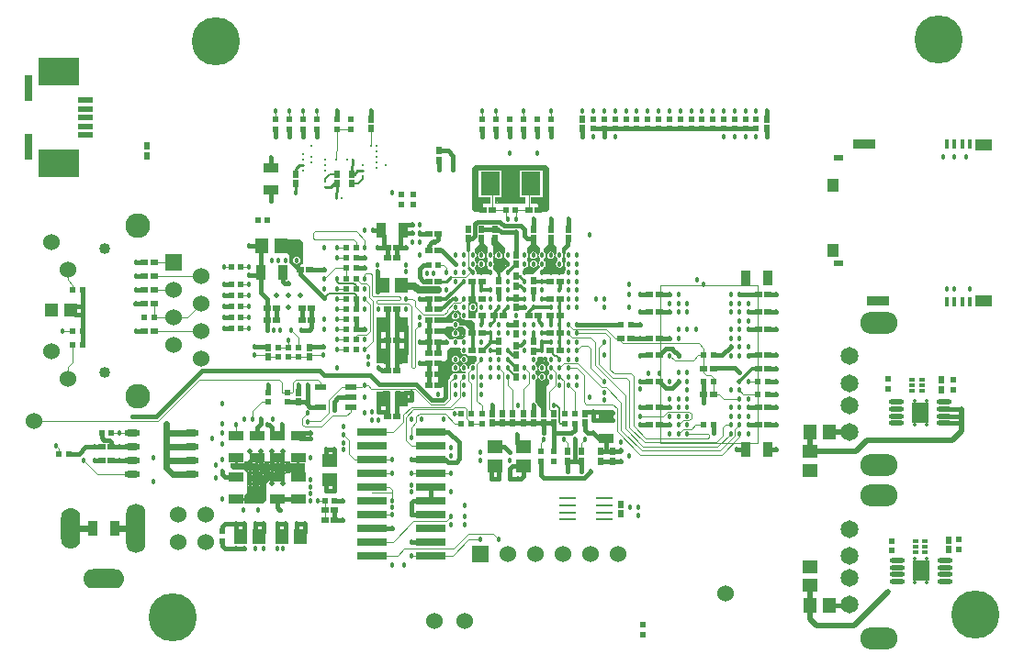
<source format=gbl>
G04*
G04 #@! TF.GenerationSoftware,Altium Limited,Altium Designer,19.1.9 (167)*
G04*
G04 Layer_Physical_Order=6*
G04 Layer_Color=16711680*
%FSLAX25Y25*%
%MOIN*%
G70*
G01*
G75*
%ADD11C,0.00100*%
%ADD14C,0.01000*%
%ADD22R,0.02000X0.02500*%
%ADD23R,0.07000X0.08500*%
%ADD26R,0.02165X0.02165*%
%ADD27R,0.02165X0.02165*%
%ADD28R,0.02000X0.01200*%
%ADD34R,0.05709X0.03543*%
%ADD35R,0.02500X0.02000*%
%ADD36R,0.03543X0.05709*%
%ADD38C,0.01800*%
%ADD68C,0.00475*%
%ADD69C,0.01500*%
%ADD70C,0.02000*%
%ADD72C,0.00800*%
%ADD75C,0.02500*%
%ADD77C,0.00750*%
%ADD79C,0.01200*%
%ADD80C,0.00600*%
%ADD81C,0.02350*%
%ADD82C,0.06000*%
%ADD83C,0.17500*%
%ADD84C,0.04000*%
%ADD85C,0.09000*%
%ADD86R,0.06000X0.06000*%
%ADD87C,0.06500*%
%ADD88O,0.13500X0.08000*%
%ADD89O,0.07000X0.15000*%
%ADD90O,0.07000X0.18000*%
%ADD91O,0.15000X0.07000*%
%ADD92C,0.01378*%
%ADD93C,0.01968*%
%ADD94C,0.01200*%
%ADD98R,0.06299X0.07559*%
%ADD99O,0.05512X0.01772*%
%ADD100R,0.05787X0.04606*%
%ADD101R,0.04606X0.05787*%
%ADD102R,0.05512X0.01969*%
%ADD103R,0.03150X0.09252*%
%ADD104R,0.15000X0.10000*%
%ADD105R,0.03500X0.02000*%
%ADD106R,0.01800X0.03600*%
%ADD107R,0.07900X0.03500*%
%ADD108R,0.04300X0.04700*%
%ADD109R,0.06000X0.04400*%
%ADD110R,0.11000X0.02800*%
%ADD111R,0.04331X0.02362*%
%ADD112O,0.06102X0.00984*%
%ADD113O,0.05709X0.02362*%
%ADD114R,0.02598X0.02441*%
%ADD115R,0.04500X0.05000*%
%ADD116C,0.00700*%
G36*
X193647Y177008D02*
Y162008D01*
X192647Y161008D01*
X190982D01*
Y162500D01*
X189647D01*
Y163508D01*
X189147Y164008D01*
X187000D01*
Y166156D01*
X191229D01*
Y175860D01*
X183025D01*
Y166156D01*
X185100D01*
Y164008D01*
X174087D01*
Y166156D01*
X176269D01*
Y175860D01*
X168065D01*
Y166156D01*
X172207D01*
Y164008D01*
X169647D01*
Y162500D01*
X168218D01*
Y161008D01*
X166647D01*
X165647Y162008D01*
Y177008D01*
X166647Y178008D01*
X192647D01*
X193647Y177008D01*
D02*
G37*
G36*
X201047Y149918D02*
X201461D01*
Y148378D01*
X199632Y146548D01*
Y146061D01*
X199594Y146036D01*
X199307Y145606D01*
X199258Y145357D01*
X199256Y145352D01*
X199256Y145347D01*
X199206Y145098D01*
X199307Y144591D01*
X199447Y144382D01*
X199451Y144376D01*
X199455Y144369D01*
X199594Y144161D01*
X199632Y144136D01*
Y142912D01*
X199594Y142886D01*
X199307Y142456D01*
X199257Y142205D01*
X199256Y142202D01*
X199256Y142199D01*
X199206Y141949D01*
X199307Y141442D01*
X199444Y141237D01*
X199451Y141226D01*
X199458Y141215D01*
X199594Y141012D01*
X199632Y140986D01*
Y139762D01*
X199594Y139736D01*
X199307Y139306D01*
X199261Y139077D01*
X199255Y139053D01*
X199252Y139029D01*
X199206Y138799D01*
X199235Y138652D01*
X199235Y138652D01*
X198632Y138049D01*
X197878D01*
X198031Y138150D01*
X198130Y138299D01*
X196634D01*
X196733Y138150D01*
X196886Y138049D01*
X194729D01*
X194881Y138150D01*
X194981Y138299D01*
X193484D01*
X193583Y138150D01*
X193736Y138049D01*
X191579D01*
X191732Y138150D01*
X191831Y138299D01*
X191083D01*
Y139299D01*
X191831D01*
X191732Y139448D01*
X191434Y139647D01*
X191083Y139717D01*
X190732Y139647D01*
X190729Y139646D01*
X191632Y140549D01*
Y140753D01*
X191759Y140838D01*
X191829Y140882D01*
X191851Y140899D01*
X192020Y141012D01*
X192134Y141182D01*
X192149Y141201D01*
X192188Y141263D01*
X192307Y141442D01*
X192351Y141660D01*
X192365Y141722D01*
X192367Y141743D01*
X192408Y141949D01*
X192367Y142156D01*
X192365Y142174D01*
X192352Y142230D01*
X192307Y142456D01*
X192177Y142651D01*
X192149Y142695D01*
X192138Y142709D01*
X192020Y142886D01*
X191843Y143004D01*
X191829Y143015D01*
X191785Y143043D01*
X191632Y143145D01*
Y143902D01*
X191772Y143996D01*
X191829Y144032D01*
X191847Y144046D01*
X192020Y144161D01*
X192136Y144335D01*
X192149Y144351D01*
X192182Y144404D01*
X192307Y144591D01*
X192351Y144814D01*
X192365Y144872D01*
X192367Y144892D01*
X192408Y145098D01*
X192367Y145305D01*
X192365Y145324D01*
X192351Y145383D01*
X192307Y145606D01*
X192183Y145792D01*
X192149Y145845D01*
X192136Y145862D01*
X192020Y146036D01*
X191847Y146151D01*
X191829Y146165D01*
X191772Y146201D01*
X191632Y146295D01*
Y147548D01*
X193332Y149249D01*
Y149918D01*
X193732D01*
Y151168D01*
X194732D01*
Y149918D01*
X195132D01*
Y149048D01*
X196442Y147739D01*
Y146032D01*
X196322Y145853D01*
X196300Y145823D01*
X196280Y145789D01*
X196157Y145606D01*
X196119Y145412D01*
X196118Y145409D01*
X196096Y145297D01*
X196095Y145293D01*
X196056Y145098D01*
X196100Y144881D01*
X196105Y144845D01*
X196114Y144809D01*
X196157Y144591D01*
X196267Y144428D01*
X196269Y144424D01*
X196332Y144329D01*
X196335Y144325D01*
X196445Y144161D01*
X196615Y144047D01*
X196632Y144035D01*
Y143014D01*
X196444Y142888D01*
X196157Y142458D01*
X196056Y141951D01*
X196098Y141735D01*
X196101Y141718D01*
X196110Y141676D01*
X196157Y141444D01*
X196263Y141285D01*
X196318Y141198D01*
X196335Y141176D01*
X196444Y141014D01*
X196599Y140910D01*
X196639Y140880D01*
X196735Y140819D01*
X196737Y140818D01*
X196874Y140726D01*
X197035Y140694D01*
X197049Y140690D01*
X197160Y140665D01*
X197213Y140659D01*
X197381Y140625D01*
X197544Y140658D01*
X197612Y140667D01*
X197723Y140692D01*
X197736Y140696D01*
X197888Y140726D01*
X198019Y140814D01*
X198037Y140823D01*
X198132Y140884D01*
X198181Y140922D01*
X198318Y141014D01*
X198412Y141153D01*
X198451Y141205D01*
X198512Y141301D01*
X198517Y141311D01*
X198606Y141444D01*
X198638Y141605D01*
X198641Y141615D01*
X198665Y141726D01*
X198671Y141773D01*
X198707Y141951D01*
X198669Y142139D01*
X198664Y142179D01*
X198642Y142275D01*
X198606Y142458D01*
X198483Y142642D01*
X198447Y142699D01*
X198435Y142713D01*
X198318Y142888D01*
X198133Y143012D01*
X198132Y143012D01*
Y144035D01*
X198132Y144034D01*
X198153Y144050D01*
X198319Y144161D01*
X198431Y144328D01*
X198451Y144355D01*
X198496Y144426D01*
X198606Y144591D01*
X198643Y144772D01*
X198665Y144876D01*
X198669Y144905D01*
X198707Y145098D01*
X198668Y145294D01*
X198664Y145329D01*
X198645Y145413D01*
X198606Y145606D01*
X198502Y145762D01*
X198447Y145849D01*
X198429Y145871D01*
X198322Y146031D01*
Y147739D01*
X199632Y149048D01*
Y149918D01*
X200047D01*
Y151168D01*
X201047D01*
Y149918D01*
D02*
G37*
G36*
X169555Y149918D02*
X169974D01*
Y149209D01*
X171135Y148048D01*
Y145869D01*
X171135Y145868D01*
X171072Y145774D01*
X171070Y145770D01*
X170960Y145606D01*
X170917Y145389D01*
X170908Y145352D01*
X170903Y145316D01*
X170860Y145098D01*
X170898Y144905D01*
X170899Y144901D01*
X170921Y144789D01*
X170922Y144785D01*
X170960Y144591D01*
X171083Y144408D01*
X171103Y144375D01*
X171135Y144328D01*
Y142719D01*
X171135Y142718D01*
X171072Y142624D01*
X171071Y142622D01*
X170960Y142456D01*
X170917Y142237D01*
X170908Y142202D01*
X170903Y142168D01*
X170860Y141949D01*
X170898Y141756D01*
X170899Y141751D01*
X170921Y141639D01*
X170922Y141634D01*
X170960Y141442D01*
X171080Y141262D01*
X171103Y141225D01*
X171135Y141179D01*
Y140549D01*
X172003Y139681D01*
X171834Y139647D01*
X171536Y139448D01*
X171437Y139299D01*
X172185D01*
Y138299D01*
X171437D01*
X171536Y138150D01*
X171689Y138049D01*
X169532D01*
X169684Y138150D01*
X169784Y138299D01*
X168287D01*
X168387Y138150D01*
X168539Y138049D01*
X167635D01*
X167161Y138523D01*
X167172Y138599D01*
X167211Y138799D01*
X167160Y139056D01*
X167157Y139073D01*
X167155Y139081D01*
X167110Y139306D01*
X166989Y139488D01*
X166987Y139491D01*
X166977Y139506D01*
X166823Y139736D01*
X166644Y139857D01*
X166635Y139863D01*
Y140884D01*
X166636Y140884D01*
X166655Y140899D01*
X166823Y141012D01*
X166938Y141184D01*
X166954Y141205D01*
X166990Y141261D01*
X167110Y141442D01*
X167154Y141659D01*
X167168Y141726D01*
X167171Y141745D01*
X167211Y141949D01*
X167170Y142158D01*
X167167Y142179D01*
X167155Y142230D01*
X167110Y142456D01*
X166980Y142652D01*
X166950Y142699D01*
X166940Y142710D01*
X166823Y142886D01*
X166646Y143005D01*
X166635Y143012D01*
Y144035D01*
X166636Y144034D01*
X166651Y144046D01*
X166823Y144161D01*
X166940Y144337D01*
X166954Y144355D01*
X166985Y144404D01*
X167110Y144591D01*
X167155Y144813D01*
X167168Y144876D01*
X167171Y144894D01*
X167211Y145098D01*
X167170Y145307D01*
X167167Y145329D01*
X167155Y145383D01*
X167110Y145606D01*
X166986Y145792D01*
X166950Y145849D01*
X166938Y145863D01*
X166823Y146036D01*
X166650Y146151D01*
X166635Y146162D01*
Y147548D01*
X168135Y149048D01*
Y149918D01*
X168555D01*
Y151168D01*
X169555D01*
Y149918D01*
D02*
G37*
G36*
X172800Y149918D02*
X173300D01*
Y151168D01*
X174300D01*
Y149918D01*
X174800D01*
Y150383D01*
X177635Y147548D01*
Y146094D01*
X177547Y146036D01*
X177427Y145856D01*
X177408Y145831D01*
X177384Y145792D01*
X177260Y145606D01*
X177219Y145400D01*
X177199Y145307D01*
X177198Y145297D01*
X177159Y145098D01*
X177201Y144885D01*
X177206Y144855D01*
X177216Y144812D01*
X177260Y144591D01*
X177372Y144422D01*
X177428Y144337D01*
X177435Y144329D01*
X177547Y144161D01*
X177635Y144103D01*
Y144049D01*
X178989Y142694D01*
X178984Y142697D01*
Y141949D01*
X178484D01*
Y141449D01*
X177736D01*
X177835Y141300D01*
X178133Y141101D01*
X178484Y141031D01*
X178650Y141064D01*
X176219Y138633D01*
X176252Y138799D01*
X176182Y139150D01*
X175984Y139448D01*
X175835Y139548D01*
Y138799D01*
X174835D01*
Y139548D01*
X174686Y139448D01*
X174487Y139150D01*
X174417Y138799D01*
X174425Y138758D01*
X173135Y140049D01*
Y141030D01*
X173243Y141192D01*
X173275Y141237D01*
X173292Y141266D01*
X173410Y141442D01*
X173449Y141640D01*
X173453Y141653D01*
X173470Y141743D01*
X173511Y141949D01*
X173466Y142172D01*
X173459Y142216D01*
X173452Y142242D01*
X173410Y142456D01*
X173295Y142627D01*
X173290Y142636D01*
X173251Y142693D01*
X173135Y142868D01*
Y144180D01*
X173247Y144347D01*
X173275Y144387D01*
X173290Y144412D01*
X173410Y144591D01*
X173449Y144791D01*
X173453Y144803D01*
X173468Y144886D01*
X173511Y145098D01*
X173467Y145320D01*
X173459Y145366D01*
X173452Y145394D01*
X173410Y145606D01*
X173297Y145775D01*
X173290Y145786D01*
X173240Y145860D01*
X173135Y146017D01*
Y148548D01*
X172761Y148923D01*
Y151549D01*
X172800D01*
Y149918D01*
D02*
G37*
G36*
X188425D02*
X188877D01*
Y149051D01*
X190134Y147794D01*
Y146019D01*
X190037Y145873D01*
X189994Y145813D01*
X189971Y145775D01*
X189858Y145606D01*
X189818Y145404D01*
X189816Y145397D01*
X189807Y145350D01*
X189757Y145098D01*
X189858Y144591D01*
X190134Y144178D01*
Y142869D01*
X190033Y142718D01*
X189994Y142663D01*
X189973Y142628D01*
X189858Y142456D01*
X189818Y142253D01*
X189816Y142247D01*
X189808Y142207D01*
X189757Y141949D01*
X189810Y141685D01*
X189810Y141684D01*
X189810Y141683D01*
X189858Y141442D01*
X190134Y141029D01*
Y140551D01*
X187634Y138051D01*
X185284D01*
X185432Y138150D01*
X185532Y138299D01*
X184783D01*
Y138799D01*
X184283D01*
Y139548D01*
X184135Y139448D01*
X184134Y139447D01*
Y140051D01*
X184719Y140636D01*
X184783Y140623D01*
X185002Y140667D01*
X185035Y140672D01*
X185071Y140681D01*
X185291Y140724D01*
X185452Y140832D01*
X185457Y140835D01*
X185551Y140898D01*
X185558Y140903D01*
X185721Y141012D01*
X185837Y141186D01*
X185865Y141223D01*
X185892Y141268D01*
X186008Y141442D01*
X186045Y141625D01*
X186048Y141637D01*
X186070Y141748D01*
X186072Y141764D01*
X186109Y141949D01*
X186070Y142142D01*
X186062Y142200D01*
X186046Y142264D01*
X186008Y142456D01*
X185907Y142608D01*
X185899Y142622D01*
X185836Y142717D01*
X185823Y142733D01*
X185721Y142886D01*
X185634Y142944D01*
Y144103D01*
X185721Y144161D01*
X185832Y144328D01*
X185860Y144366D01*
X185897Y144425D01*
X186008Y144591D01*
X186044Y144770D01*
X186046Y144778D01*
X186069Y144889D01*
X186072Y144912D01*
X186109Y145098D01*
X186070Y145293D01*
X186063Y145342D01*
X186047Y145412D01*
X186008Y145606D01*
X185907Y145758D01*
X185903Y145764D01*
X185841Y145859D01*
X185827Y145876D01*
X185721Y146036D01*
X185634Y146094D01*
Y147713D01*
X186971Y149050D01*
Y149918D01*
X187425D01*
Y151168D01*
X188425D01*
Y149918D01*
D02*
G37*
G36*
X104200Y150000D02*
Y141800D01*
X103700D01*
X103300Y141400D01*
Y141000D01*
X102018D01*
Y139782D01*
X99300Y142500D01*
Y143093D01*
X99341Y143300D01*
X99300Y143508D01*
X99300Y145300D01*
X99000Y145600D01*
X98528D01*
Y147900D01*
X96225D01*
Y148900D01*
X98528D01*
Y151000D01*
X103200D01*
X104200Y150000D01*
D02*
G37*
G36*
X161759Y123928D02*
X161716Y123865D01*
X161665Y123790D01*
X161665Y123790D01*
X161647Y123761D01*
X161512Y123558D01*
X161465Y123325D01*
X161453Y123268D01*
X161451Y123256D01*
X161411Y123051D01*
X161452Y122844D01*
X161456Y122816D01*
X161469Y122759D01*
X161512Y122544D01*
X161614Y122390D01*
X161675Y122296D01*
X161689Y122278D01*
X161799Y122114D01*
X161964Y122004D01*
X161997Y121979D01*
X162070Y121933D01*
X162229Y121827D01*
X162402Y121792D01*
X162408Y121790D01*
X162519Y121766D01*
X162552Y121762D01*
X162736Y121726D01*
X162890Y121756D01*
X162928Y121759D01*
X163137Y121550D01*
X163611D01*
Y121448D01*
X165739D01*
X166637Y120550D01*
Y120398D01*
X166535Y120551D01*
X166386Y120650D01*
Y119902D01*
Y119153D01*
X166535Y119253D01*
X166637Y119405D01*
Y117752D01*
X166228D01*
Y116752D01*
X165228D01*
Y117752D01*
X164637D01*
Y118050D01*
X163137Y119550D01*
X161137D01*
X160891Y119796D01*
X160912Y119902D01*
X160873Y120098D01*
X160872Y120109D01*
X160850Y120214D01*
X160811Y120409D01*
X160681Y120604D01*
X160663Y120633D01*
X160649Y120651D01*
X160524Y120839D01*
X160348Y120957D01*
X160347Y120957D01*
X160342Y120960D01*
X160094Y121126D01*
X159846Y121176D01*
X159829Y121179D01*
X159818Y121181D01*
X159587Y121227D01*
X159079Y121126D01*
X158873Y120988D01*
X158854Y120976D01*
X158842Y120967D01*
X158649Y120839D01*
X158533Y120665D01*
X158530Y120661D01*
X158502Y120619D01*
X158457Y120550D01*
X154582D01*
Y120976D01*
X153332D01*
Y121976D01*
X154582D01*
Y122476D01*
X153637D01*
Y122550D01*
X156137D01*
X158637Y125050D01*
X158969D01*
X159079Y124976D01*
X159274Y124937D01*
X159338Y124922D01*
X159391Y124914D01*
X159587Y124875D01*
X159771Y124912D01*
X159790Y124914D01*
X159901Y124937D01*
X159913Y124940D01*
X160094Y124976D01*
X160205Y125050D01*
X160637D01*
X161759Y123928D01*
D02*
G37*
G36*
X166228Y128350D02*
X166978D01*
Y128422D01*
X167636Y127764D01*
X167636Y124736D01*
X166951Y124051D01*
X166228D01*
Y123051D01*
X165728D01*
Y122551D01*
X164478D01*
Y122550D01*
X164400D01*
Y128000D01*
X164750Y128350D01*
X165228D01*
Y129350D01*
X166228D01*
Y128350D01*
D02*
G37*
G36*
X163137Y118051D02*
Y117567D01*
X163087Y117600D01*
X162736Y117670D01*
X162385Y117600D01*
X162087Y117401D01*
X161988Y117252D01*
X162736D01*
Y116252D01*
X161988D01*
X162087Y116103D01*
X162385Y115904D01*
X162736Y115834D01*
X163087Y115904D01*
X163137Y115937D01*
Y115551D01*
X162460Y114874D01*
X162437Y114868D01*
X162229Y114827D01*
X161816Y114551D01*
X160507D01*
X160317Y114678D01*
X160298Y114691D01*
X160286Y114699D01*
X160094Y114827D01*
X159587Y114928D01*
X159336Y114878D01*
X159319Y114875D01*
X159309Y114873D01*
X159079Y114827D01*
X158901Y114708D01*
X158899Y114707D01*
X158888Y114699D01*
X158666Y114551D01*
X157637D01*
X155637Y116551D01*
X154582D01*
Y117039D01*
X153332D01*
Y118039D01*
X154582D01*
Y118539D01*
X153137D01*
Y118551D01*
X155637D01*
X156137Y119051D01*
X158591D01*
X158649Y118964D01*
X158817Y118853D01*
X158854Y118825D01*
X158913Y118788D01*
X159079Y118677D01*
X159258Y118641D01*
X159266Y118639D01*
X159378Y118616D01*
X159400Y118613D01*
X159587Y118576D01*
X159782Y118615D01*
X159830Y118622D01*
X159900Y118639D01*
X160094Y118677D01*
X160246Y118779D01*
X160253Y118782D01*
X160348Y118844D01*
X160364Y118858D01*
X160524Y118964D01*
X160582Y119051D01*
X162137D01*
X163137Y118051D01*
D02*
G37*
G36*
X192986Y107700D02*
X192973Y107635D01*
X192963Y107592D01*
X192963Y107591D01*
X192950Y107520D01*
X192907Y107303D01*
X192952Y107078D01*
X192960Y107028D01*
X192966Y107006D01*
X193008Y106796D01*
X193124Y106622D01*
X193131Y106609D01*
X193165Y106561D01*
X193295Y106366D01*
X193489Y106236D01*
X193528Y106209D01*
X193546Y106198D01*
X193633Y106140D01*
Y105316D01*
X193553Y105263D01*
X193534Y105252D01*
X193478Y105213D01*
X193295Y105091D01*
X193170Y104904D01*
X193135Y104854D01*
X193124Y104835D01*
X193008Y104661D01*
X192967Y104455D01*
X192962Y104437D01*
X192951Y104376D01*
X192907Y104154D01*
X192951Y103931D01*
X192961Y103873D01*
X192967Y103853D01*
X193008Y103646D01*
X193124Y103472D01*
X193134Y103455D01*
X193170Y103403D01*
X193295Y103216D01*
X193478Y103094D01*
X193532Y103056D01*
X193552Y103044D01*
X193633Y102991D01*
Y102167D01*
X193549Y102111D01*
X193534Y102102D01*
X193491Y102072D01*
X193295Y101941D01*
X193165Y101746D01*
X193135Y101705D01*
X193126Y101689D01*
X193008Y101511D01*
X192967Y101304D01*
X192962Y101287D01*
X192952Y101230D01*
X192907Y101004D01*
X192950Y100784D01*
X192961Y100723D01*
X192967Y100702D01*
X193008Y100497D01*
X193122Y100326D01*
X193134Y100305D01*
X193177Y100244D01*
X193295Y100067D01*
X193466Y99952D01*
X193532Y99906D01*
X193556Y99892D01*
X193633Y99841D01*
Y98554D01*
X192633Y97554D01*
Y96209D01*
X192623Y96199D01*
Y88985D01*
X192633Y88975D01*
Y88782D01*
X192134D01*
Y87532D01*
X191134D01*
Y88782D01*
X190634D01*
Y87054D01*
X190633D01*
Y89554D01*
X189296Y90891D01*
X189282Y90942D01*
X189282Y90942D01*
X189243Y91062D01*
X189193Y91179D01*
X189134Y91290D01*
X189065Y91397D01*
X188987Y91497D01*
X188900Y91589D01*
X188806Y91674D01*
X188705Y91750D01*
X188633Y91797D01*
Y99906D01*
X188633Y99906D01*
X188700Y99953D01*
X188870Y100067D01*
X188989Y100244D01*
X189031Y100304D01*
X189043Y100325D01*
X189158Y100497D01*
X189198Y100701D01*
X189204Y100722D01*
X189215Y100784D01*
X189259Y101004D01*
X189214Y101230D01*
X189204Y101286D01*
X189199Y101304D01*
X189158Y101511D01*
X189039Y101688D01*
X189031Y101704D01*
X189001Y101746D01*
X188870Y101941D01*
X188679Y102069D01*
X188633Y102102D01*
Y103058D01*
X188870Y103216D01*
X189158Y103646D01*
X189259Y104154D01*
X189208Y104406D01*
X189202Y104439D01*
X189200Y104449D01*
X189158Y104661D01*
X189042Y104834D01*
X189029Y104857D01*
X188987Y104916D01*
X188870Y105091D01*
X188724Y105188D01*
X188723Y105190D01*
X188633Y105253D01*
Y106207D01*
X188870Y106366D01*
X189158Y106796D01*
X189259Y107303D01*
X189216Y107519D01*
X189200Y107621D01*
X189633Y108054D01*
X190586D01*
X190434Y107952D01*
X190334Y107803D01*
X191831D01*
X191732Y107952D01*
X191580Y108054D01*
X192633D01*
X192986Y107700D01*
D02*
G37*
G36*
X161595Y111094D02*
X161584Y111068D01*
X161512Y110960D01*
X161474Y110769D01*
X161470Y110755D01*
X161448Y110643D01*
X161448Y110638D01*
X161411Y110453D01*
X161453Y110241D01*
X161461Y110191D01*
X161470Y110154D01*
X161512Y109946D01*
X161622Y109780D01*
X161627Y109771D01*
X161691Y109677D01*
X161692Y109676D01*
X161799Y109516D01*
X161984Y109392D01*
X162020Y109366D01*
X162048Y109349D01*
X162229Y109228D01*
X162426Y109189D01*
X162435Y109187D01*
X162545Y109165D01*
X162736Y109127D01*
X162956Y109171D01*
X162998Y109178D01*
X163029Y109186D01*
X163243Y109228D01*
X163354Y109302D01*
X163377Y109312D01*
X163610Y109080D01*
Y108851D01*
X163838D01*
X164136Y108553D01*
X166636D01*
X167136Y108053D01*
Y106732D01*
X166522Y106118D01*
Y105838D01*
X166521Y105803D01*
X166516Y105769D01*
X166509Y105735D01*
X166498Y105701D01*
X166485Y105669D01*
X166469Y105638D01*
X166450Y105609D01*
X166429Y105581D01*
X166405Y105555D01*
X166379Y105532D01*
X166352Y105510D01*
X166322Y105492D01*
X166291Y105476D01*
X166259Y105462D01*
X166226Y105452D01*
X166192Y105444D01*
X166157Y105440D01*
X166122Y105438D01*
X166087Y105440D01*
X166077Y105441D01*
X165886Y105479D01*
X165662Y105435D01*
X165615Y105427D01*
X165591Y105420D01*
X165379Y105378D01*
X165206Y105263D01*
X165196Y105257D01*
X165143Y105220D01*
X164949Y105091D01*
X164820Y104898D01*
X164794Y104862D01*
X164782Y104842D01*
X164661Y104661D01*
X164621Y104458D01*
X164618Y104446D01*
X164605Y104376D01*
X164561Y104156D01*
X164238Y103833D01*
X164038Y104033D01*
X164062Y104154D01*
X164024Y104342D01*
X164024Y104348D01*
X164002Y104459D01*
X163999Y104469D01*
X163961Y104661D01*
X163841Y104841D01*
X163821Y104874D01*
X163795Y104909D01*
X163673Y105091D01*
X163511Y105199D01*
X163509Y105201D01*
X163415Y105264D01*
X163409Y105268D01*
X163243Y105378D01*
X163028Y105421D01*
X162994Y105429D01*
X162955Y105436D01*
X162736Y105479D01*
X162544Y105441D01*
X162542Y105441D01*
X162430Y105419D01*
X162424Y105417D01*
X162229Y105378D01*
X162047Y105256D01*
X162016Y105238D01*
X161983Y105214D01*
X161799Y105091D01*
X161691Y104929D01*
X161688Y104926D01*
X161625Y104832D01*
X161621Y104824D01*
X161512Y104661D01*
X161470Y104451D01*
X161460Y104411D01*
X161453Y104364D01*
X161411Y104154D01*
X161448Y103966D01*
X161449Y103959D01*
X161471Y103847D01*
X161474Y103836D01*
X161512Y103646D01*
X161627Y103474D01*
X161652Y103433D01*
X161683Y103389D01*
X161799Y103216D01*
X161955Y103112D01*
X161963Y103105D01*
X162058Y103042D01*
X162071Y103035D01*
X162229Y102929D01*
X162429Y102889D01*
X162479Y102877D01*
X162536Y102868D01*
X162736Y102828D01*
X162910Y102863D01*
X162915Y102863D01*
X162915Y102863D01*
X162950Y102867D01*
X162985Y102867D01*
X163020Y102864D01*
X163054Y102858D01*
X163088Y102849D01*
X163121Y102838D01*
X163152Y102823D01*
X163183Y102806D01*
X163211Y102786D01*
X163238Y102764D01*
X163263Y102740D01*
X163286Y102713D01*
X163306Y102684D01*
X163324Y102654D01*
X163339Y102623D01*
X163351Y102590D01*
X163360Y102557D01*
X163366Y102522D01*
X163370Y102488D01*
X163370Y102467D01*
Y102240D01*
X163185D01*
X163024Y102272D01*
X163003Y102278D01*
X162969Y102283D01*
X162736Y102329D01*
X162488Y102280D01*
X162440Y102271D01*
X162433Y102269D01*
X162229Y102228D01*
X162044Y102105D01*
X162024Y102093D01*
X161980Y102062D01*
X161967Y102053D01*
X160356D01*
X160094Y102228D01*
X159843Y102278D01*
X159839Y102279D01*
X159836Y102280D01*
X159587Y102329D01*
X159079Y102228D01*
X158877Y102093D01*
X158865Y102086D01*
X158815Y102053D01*
X158636D01*
X157636Y101053D01*
Y100382D01*
X157072Y99818D01*
Y99229D01*
X157050Y99117D01*
Y97467D01*
X156636Y97053D01*
X154582D01*
Y97354D01*
X153332D01*
Y98354D01*
X154582D01*
Y98854D01*
X153136D01*
Y100791D01*
X154581D01*
Y101291D01*
X153331D01*
Y102291D01*
X154581D01*
Y102791D01*
X153136D01*
Y104728D01*
X154582D01*
Y105228D01*
X153332D01*
Y106228D01*
X154582D01*
Y106553D01*
X155636D01*
X156636Y107553D01*
Y110553D01*
X157636Y111553D01*
X161136D01*
X161595Y111094D01*
D02*
G37*
G36*
X103000Y69693D02*
X105000D01*
Y66307D01*
X103000D01*
Y64535D01*
X102000D01*
Y66307D01*
X99646D01*
Y65750D01*
X97854D01*
Y65756D01*
X97909Y66031D01*
X97854Y66307D01*
Y66307D01*
X97854D01*
X97833Y66416D01*
X97615Y66741D01*
X97405Y66881D01*
Y66031D01*
X96406D01*
Y66881D01*
X96196Y66741D01*
X95978Y66416D01*
X95957Y66307D01*
X95500D01*
Y64535D01*
X95000D01*
Y64035D01*
X92146D01*
Y63200D01*
X91950D01*
X91000Y62250D01*
Y56250D01*
X89750Y55000D01*
X82854D01*
Y55965D01*
X80000D01*
Y56965D01*
X82854D01*
Y57900D01*
X83100D01*
X83800Y58600D01*
X83800Y66200D01*
X82750Y67250D01*
X79000Y67250D01*
X78000Y68250D01*
Y69693D01*
X79500D01*
Y71465D01*
X80500D01*
Y69693D01*
X82854D01*
Y70250D01*
X84147D01*
X84091Y69968D01*
X84167Y69585D01*
X84385Y69259D01*
X84595Y69119D01*
Y69968D01*
X85594D01*
Y69119D01*
X85804Y69259D01*
X86022Y69585D01*
X86043Y69693D01*
X87000D01*
Y71465D01*
X88000D01*
Y69693D01*
X88083D01*
X88104Y69585D01*
X88322Y69259D01*
X88532Y69119D01*
Y69968D01*
X89531D01*
Y69119D01*
X89741Y69259D01*
X89959Y69585D01*
X89980Y69693D01*
X90354D01*
Y70250D01*
X92021D01*
X91965Y69968D01*
X92041Y69585D01*
X92259Y69259D01*
X92469Y69119D01*
Y69968D01*
X93468D01*
Y69119D01*
X93678Y69259D01*
X93896Y69585D01*
X93917Y69693D01*
X94500D01*
Y71465D01*
X95500D01*
Y69693D01*
X95957D01*
X95978Y69585D01*
X96196Y69259D01*
X96406Y69119D01*
Y69968D01*
X97405D01*
Y69119D01*
X97615Y69259D01*
X97833Y69585D01*
X97854Y69693D01*
X97854D01*
Y69693D01*
X97909Y69968D01*
X97854Y70244D01*
Y70250D01*
X99646D01*
Y69693D01*
X102000D01*
Y71465D01*
X103000D01*
Y69693D01*
D02*
G37*
%LPC*%
G36*
X175884Y165799D02*
Y165551D01*
X176132D01*
X176033Y165700D01*
X175884Y165799D01*
D02*
G37*
G36*
X174884D02*
X174735Y165700D01*
X174636Y165551D01*
X174884D01*
Y165799D01*
D02*
G37*
G36*
X176132Y164551D02*
X175884D01*
Y164303D01*
X176033Y164402D01*
X176132Y164551D01*
D02*
G37*
G36*
X174884D02*
X174636D01*
X174735Y164402D01*
X174884Y164303D01*
Y164551D01*
D02*
G37*
G36*
X194232Y146424D02*
X193725Y146323D01*
X193295Y146036D01*
X193008Y145606D01*
X192907Y145098D01*
X193008Y144591D01*
X193295Y144161D01*
X193725Y143874D01*
X194232Y143773D01*
X194739Y143874D01*
X195169Y144161D01*
X195457Y144591D01*
X195558Y145098D01*
X195457Y145606D01*
X195169Y146036D01*
X194739Y146323D01*
X194232Y146424D01*
D02*
G37*
G36*
X197882Y139548D02*
Y139299D01*
X198130D01*
X198031Y139448D01*
X197882Y139548D01*
D02*
G37*
G36*
X196882D02*
X196733Y139448D01*
X196634Y139299D01*
X196882D01*
Y139548D01*
D02*
G37*
G36*
X194732D02*
Y139299D01*
X194981D01*
X194881Y139448D01*
X194732Y139548D01*
D02*
G37*
G36*
X193732D02*
X193583Y139448D01*
X193484Y139299D01*
X193732D01*
Y139548D01*
D02*
G37*
G36*
X169035Y146424D02*
X168528Y146323D01*
X168098Y146036D01*
X167811Y145606D01*
X167710Y145098D01*
X167811Y144591D01*
X168098Y144161D01*
X168528Y143874D01*
X169035Y143773D01*
X169543Y143874D01*
X169973Y144161D01*
X170260Y144591D01*
X170361Y145098D01*
X170260Y145606D01*
X169973Y146036D01*
X169543Y146323D01*
X169035Y146424D01*
D02*
G37*
G36*
X169035Y143274D02*
X168528Y143173D01*
X168098Y142886D01*
X167811Y142456D01*
X167710Y141949D01*
X167811Y141442D01*
X168098Y141012D01*
X168528Y140724D01*
X169035Y140623D01*
X169543Y140724D01*
X169973Y141012D01*
X170260Y141442D01*
X170361Y141949D01*
X170260Y142456D01*
X169973Y142886D01*
X169543Y143173D01*
X169035Y143274D01*
D02*
G37*
G36*
X169535Y139548D02*
Y139299D01*
X169784D01*
X169684Y139448D01*
X169535Y139548D01*
D02*
G37*
G36*
X168535D02*
X168387Y139448D01*
X168287Y139299D01*
X168535D01*
Y139548D01*
D02*
G37*
G36*
X175335Y146424D02*
X174827Y146323D01*
X174397Y146036D01*
X174110Y145606D01*
X174009Y145098D01*
X174110Y144591D01*
X174397Y144161D01*
X174827Y143874D01*
X175335Y143773D01*
X175842Y143874D01*
X176272Y144161D01*
X176559Y144591D01*
X176660Y145098D01*
X176559Y145606D01*
X176272Y146036D01*
X175842Y146323D01*
X175335Y146424D01*
D02*
G37*
G36*
X177984Y142697D02*
X177835Y142598D01*
X177736Y142449D01*
X177984D01*
Y142697D01*
D02*
G37*
G36*
X187933Y146424D02*
X187426Y146323D01*
X186996Y146036D01*
X186708Y145606D01*
X186608Y145098D01*
X186708Y144591D01*
X186996Y144161D01*
X187426Y143874D01*
X187933Y143773D01*
X188440Y143874D01*
X188870Y144161D01*
X189158Y144591D01*
X189259Y145098D01*
X189158Y145606D01*
X188870Y146036D01*
X188440Y146323D01*
X187933Y146424D01*
D02*
G37*
G36*
Y143274D02*
X187426Y143173D01*
X186996Y142886D01*
X186708Y142456D01*
X186608Y141949D01*
X186708Y141442D01*
X186996Y141012D01*
X187426Y140724D01*
X187933Y140623D01*
X188440Y140724D01*
X188870Y141012D01*
X189158Y141442D01*
X189259Y141949D01*
X189158Y142456D01*
X188870Y142886D01*
X188440Y143173D01*
X187933Y143274D01*
D02*
G37*
G36*
X185284Y139548D02*
Y139299D01*
X185532D01*
X185432Y139448D01*
X185284Y139548D01*
D02*
G37*
G36*
X101800Y150048D02*
Y149800D01*
X102048D01*
X101949Y149949D01*
X101800Y150048D01*
D02*
G37*
G36*
X100800D02*
X100651Y149949D01*
X100552Y149800D01*
X100800D01*
Y150048D01*
D02*
G37*
G36*
X102048Y148800D02*
X101800D01*
Y148552D01*
X101949Y148651D01*
X102048Y148800D01*
D02*
G37*
G36*
X100800D02*
X100552D01*
X100651Y148651D01*
X100800Y148552D01*
Y148800D01*
D02*
G37*
G36*
X101953Y144625D02*
X101446Y144525D01*
X101015Y144237D01*
X100728Y143807D01*
X100627Y143300D01*
X100728Y142793D01*
X101015Y142363D01*
X101446Y142075D01*
X101953Y141974D01*
X102460Y142075D01*
X102890Y142363D01*
X103177Y142793D01*
X103278Y143300D01*
X103177Y143807D01*
X102890Y144237D01*
X102460Y144525D01*
X101953Y144625D01*
D02*
G37*
G36*
X159587Y124377D02*
X159079Y124276D01*
X158649Y123988D01*
X158362Y123558D01*
X158261Y123051D01*
X158362Y122544D01*
X158649Y122114D01*
X159079Y121827D01*
X159587Y121726D01*
X160094Y121827D01*
X160524Y122114D01*
X160811Y122544D01*
X160912Y123051D01*
X160811Y123558D01*
X160524Y123988D01*
X160094Y124276D01*
X159587Y124377D01*
D02*
G37*
G36*
X165386Y120650D02*
X165237Y120551D01*
X165138Y120402D01*
X165386D01*
Y120650D01*
D02*
G37*
G36*
Y119402D02*
X165138D01*
X165237Y119253D01*
X165386Y119153D01*
Y119402D01*
D02*
G37*
G36*
X165886Y127526D02*
X165379Y127425D01*
X164949Y127138D01*
X164661Y126708D01*
X164560Y126201D01*
X164661Y125694D01*
X164949Y125264D01*
X165379Y124976D01*
X165886Y124875D01*
X166393Y124976D01*
X166823Y125264D01*
X167110Y125694D01*
X167211Y126201D01*
X167110Y126708D01*
X166823Y127138D01*
X166393Y127425D01*
X165886Y127526D01*
D02*
G37*
G36*
X165228Y124051D02*
X164478D01*
Y123551D01*
X165228D01*
Y124051D01*
D02*
G37*
G36*
X159587Y118078D02*
X159079Y117977D01*
X158649Y117689D01*
X158362Y117259D01*
X158261Y116752D01*
X158362Y116245D01*
X158649Y115815D01*
X159079Y115527D01*
X159587Y115427D01*
X160094Y115527D01*
X160524Y115815D01*
X160811Y116245D01*
X160912Y116752D01*
X160811Y117259D01*
X160524Y117689D01*
X160094Y117977D01*
X159587Y118078D01*
D02*
G37*
G36*
X191831Y106803D02*
X191583D01*
Y106555D01*
X191732Y106654D01*
X191831Y106803D01*
D02*
G37*
G36*
X190583D02*
X190334D01*
X190434Y106654D01*
X190583Y106555D01*
Y106803D01*
D02*
G37*
G36*
X191083Y105479D02*
X190575Y105378D01*
X190145Y105091D01*
X189858Y104661D01*
X189757Y104154D01*
X189858Y103646D01*
X190145Y103216D01*
X190575Y102929D01*
X191083Y102828D01*
X191590Y102929D01*
X192020Y103216D01*
X192307Y103646D01*
X192408Y104154D01*
X192307Y104661D01*
X192020Y105091D01*
X191590Y105378D01*
X191083Y105479D01*
D02*
G37*
G36*
Y102329D02*
X190575Y102228D01*
X190145Y101941D01*
X189858Y101511D01*
X189757Y101004D01*
X189858Y100497D01*
X190145Y100067D01*
X190575Y99779D01*
X191083Y99678D01*
X191590Y99779D01*
X192020Y100067D01*
X192307Y100497D01*
X192408Y101004D01*
X192307Y101511D01*
X192020Y101941D01*
X191590Y102228D01*
X191083Y102329D01*
D02*
G37*
G36*
X166386Y108052D02*
Y107803D01*
X166634D01*
X166535Y107952D01*
X166386Y108052D01*
D02*
G37*
G36*
X165386D02*
X165237Y107952D01*
X165138Y107803D01*
X165386D01*
Y108052D01*
D02*
G37*
G36*
X166634Y106803D02*
X166386D01*
Y106555D01*
X166535Y106654D01*
X166634Y106803D01*
D02*
G37*
G36*
X165386D02*
X165138D01*
X165237Y106654D01*
X165386Y106555D01*
Y106803D01*
D02*
G37*
G36*
X162736Y108629D02*
X162229Y108528D01*
X161799Y108240D01*
X161512Y107810D01*
X161411Y107303D01*
X161512Y106796D01*
X161799Y106366D01*
X162229Y106079D01*
X162736Y105978D01*
X163243Y106079D01*
X163673Y106366D01*
X163961Y106796D01*
X164062Y107303D01*
X163961Y107810D01*
X163673Y108240D01*
X163243Y108528D01*
X162736Y108629D01*
D02*
G37*
G36*
X159587D02*
X159079Y108528D01*
X158649Y108240D01*
X158362Y107810D01*
X158261Y107303D01*
X158362Y106796D01*
X158649Y106366D01*
X159079Y106079D01*
X159587Y105978D01*
X160094Y106079D01*
X160524Y106366D01*
X160811Y106796D01*
X160912Y107303D01*
X160811Y107810D01*
X160524Y108240D01*
X160094Y108528D01*
X159587Y108629D01*
D02*
G37*
G36*
Y105479D02*
X159079Y105378D01*
X158649Y105091D01*
X158362Y104661D01*
X158261Y104154D01*
X158362Y103646D01*
X158649Y103216D01*
X159079Y102929D01*
X159587Y102828D01*
X160094Y102929D01*
X160524Y103216D01*
X160811Y103646D01*
X160912Y104154D01*
X160811Y104661D01*
X160524Y105091D01*
X160094Y105378D01*
X159587Y105479D01*
D02*
G37*
G36*
X92469Y66881D02*
X92259Y66741D01*
X92119Y66531D01*
X92469D01*
Y66881D01*
D02*
G37*
G36*
X89531D02*
Y66531D01*
X89881D01*
X89741Y66741D01*
X89531Y66881D01*
D02*
G37*
G36*
X88532D02*
X88322Y66741D01*
X88182Y66531D01*
X88532D01*
Y66881D01*
D02*
G37*
G36*
X85594D02*
Y66531D01*
X85944D01*
X85804Y66741D01*
X85594Y66881D01*
D02*
G37*
G36*
X84595D02*
X84385Y66741D01*
X84245Y66531D01*
X84595D01*
Y66881D01*
D02*
G37*
G36*
X89881Y65531D02*
X89531D01*
Y65182D01*
X89741Y65322D01*
X89881Y65531D01*
D02*
G37*
G36*
X88532D02*
X88182D01*
X88322Y65322D01*
X88532Y65182D01*
Y65531D01*
D02*
G37*
G36*
X85944D02*
X85594D01*
Y65182D01*
X85804Y65322D01*
X85944Y65531D01*
D02*
G37*
G36*
X84595D02*
X84245D01*
X84385Y65322D01*
X84595Y65182D01*
Y65531D01*
D02*
G37*
G36*
X93468Y66881D02*
Y66031D01*
X92968D01*
Y65531D01*
X92119D01*
X92146Y65491D01*
Y65035D01*
X94500D01*
Y66307D01*
X93917D01*
X93896Y66416D01*
X93678Y66741D01*
X93468Y66881D01*
D02*
G37*
G36*
X89531Y62944D02*
Y62594D01*
X89881D01*
X89741Y62804D01*
X89531Y62944D01*
D02*
G37*
G36*
X88532D02*
X88322Y62804D01*
X88182Y62594D01*
X88532D01*
Y62944D01*
D02*
G37*
G36*
X85594D02*
Y62594D01*
X85944D01*
X85804Y62804D01*
X85594Y62944D01*
D02*
G37*
G36*
X84595D02*
X84385Y62804D01*
X84245Y62594D01*
X84595D01*
Y62944D01*
D02*
G37*
G36*
X89881Y61594D02*
X89531D01*
Y61245D01*
X89741Y61385D01*
X89881Y61594D01*
D02*
G37*
G36*
X88532D02*
X88182D01*
X88322Y61385D01*
X88532Y61245D01*
Y61594D01*
D02*
G37*
G36*
X85944D02*
X85594D01*
Y61245D01*
X85804Y61385D01*
X85944Y61594D01*
D02*
G37*
G36*
X84595D02*
X84245D01*
X84385Y61385D01*
X84595Y61245D01*
Y61594D01*
D02*
G37*
%LPD*%
D11*
X234034Y76926D02*
Y134176D01*
X269234D01*
Y76926D02*
Y134176D01*
X234034Y76926D02*
X269234D01*
D14*
X101600Y167900D02*
Y171168D01*
X102921Y177821D02*
X104200D01*
X101600Y176500D02*
X102921Y177821D01*
X101600Y174632D02*
Y176500D01*
X124121Y175853D02*
X126090D01*
X122800Y174532D02*
X124121Y175853D01*
X121800Y174532D02*
X122800D01*
X122153Y177821D02*
Y179790D01*
X121800Y177469D02*
X122153Y177821D01*
X121800Y174532D02*
Y177469D01*
X112310Y169947D02*
X114279D01*
X115499Y171168D01*
X116600D01*
X116247Y165900D02*
Y167979D01*
X116600Y168332D01*
Y171168D01*
X164310Y140375D02*
X165886Y138799D01*
X181634Y137382D02*
X183051D01*
X184783Y135650D01*
X156300Y135600D02*
X157800Y137100D01*
X153332Y135600D02*
X156300D01*
X140025Y134000D02*
X140328Y133697D01*
X213645Y191142D02*
X213682Y191104D01*
X213645Y191142D02*
X213645Y191142D01*
X173760Y121476D02*
Y122551D01*
X173442Y122869D02*
X173760Y122551D01*
X173421Y122869D02*
X173442D01*
X172185Y119902D02*
X173760Y121476D01*
X173602Y123051D02*
X173760Y123209D01*
Y124626D01*
X175335Y126201D01*
X173421Y122869D02*
X173602Y123051D01*
X169943Y110953D02*
Y111360D01*
X169443Y110453D02*
X169943Y110953D01*
X169193Y110453D02*
X169443D01*
X169943Y111360D02*
X172185Y113602D01*
X175335Y135807D02*
Y138799D01*
X197382Y129193D02*
X197539Y129350D01*
X197382Y123209D02*
Y129193D01*
Y123209D02*
X197539Y123051D01*
X197382Y122894D02*
X197539Y123051D01*
X197382Y116910D02*
Y122894D01*
Y116910D02*
X197539Y116752D01*
X197382Y116595D02*
X197539Y116752D01*
X197382Y110610D02*
Y116595D01*
Y110610D02*
X197539Y110453D01*
X175177D02*
X175335Y110295D01*
X172185Y110453D02*
X175177D01*
X181634Y104311D02*
Y104561D01*
X181134Y105061D02*
X181634Y104561D01*
X180727Y105061D02*
X181134D01*
X178484Y107303D02*
X180727Y105061D01*
X237169Y83596D02*
X237172Y83594D01*
X172185Y113602D02*
Y116752D01*
X209670Y191179D02*
X209708Y191142D01*
X18247Y207850D02*
X19000Y208602D01*
X17000Y210459D02*
X17072Y210531D01*
D22*
X153541Y179668D02*
D03*
Y183132D02*
D03*
X102500Y95232D02*
D03*
Y91768D02*
D03*
X106496Y111563D02*
D03*
Y108098D02*
D03*
X91536Y111563D02*
D03*
Y108098D02*
D03*
X129000Y194532D02*
D03*
Y191068D02*
D03*
X121800Y171068D02*
D03*
Y174532D02*
D03*
X116600Y174632D02*
D03*
Y171168D02*
D03*
X101600Y171168D02*
D03*
Y174632D02*
D03*
X216600Y73732D02*
D03*
Y70268D02*
D03*
X175335Y132343D02*
D03*
Y135807D02*
D03*
X191634Y84068D02*
D03*
Y87532D02*
D03*
X173800Y154632D02*
D03*
Y151168D02*
D03*
X195384Y84068D02*
D03*
Y87532D02*
D03*
X180384Y84068D02*
D03*
Y87532D02*
D03*
X176634Y84068D02*
D03*
Y87532D02*
D03*
X184134Y84068D02*
D03*
Y87532D02*
D03*
X181634Y100847D02*
D03*
Y104311D02*
D03*
X175335Y113760D02*
D03*
Y110295D02*
D03*
X187933Y135807D02*
D03*
Y132343D02*
D03*
X181634Y126043D02*
D03*
Y129508D02*
D03*
X187933Y113760D02*
D03*
Y110295D02*
D03*
X181634Y120059D02*
D03*
Y116595D02*
D03*
Y133917D02*
D03*
Y137382D02*
D03*
X194232Y154632D02*
D03*
Y151168D02*
D03*
X164300Y154632D02*
D03*
Y151168D02*
D03*
X200547Y154632D02*
D03*
Y151168D02*
D03*
X205771Y194646D02*
D03*
Y191181D02*
D03*
X206634Y84068D02*
D03*
Y87532D02*
D03*
X212200Y73732D02*
D03*
Y70268D02*
D03*
X187925Y154632D02*
D03*
Y151168D02*
D03*
X181634Y108721D02*
D03*
Y112185D02*
D03*
X172884Y87532D02*
D03*
Y84068D02*
D03*
X169055Y151168D02*
D03*
Y154632D02*
D03*
X272700Y191181D02*
D03*
Y194646D02*
D03*
X181634Y141791D02*
D03*
Y145256D02*
D03*
X336100Y99732D02*
D03*
Y96268D02*
D03*
X338600Y41632D02*
D03*
Y38168D02*
D03*
X47500Y184732D02*
D03*
Y181268D02*
D03*
X219600Y51168D02*
D03*
Y54632D02*
D03*
X205384Y70268D02*
D03*
Y73732D02*
D03*
X200416Y73732D02*
D03*
Y70268D02*
D03*
X187884Y87532D02*
D03*
Y84068D02*
D03*
D23*
X187114Y171100D02*
D03*
X172154D02*
D03*
D26*
X342300Y38228D02*
D03*
Y41772D02*
D03*
X318100Y41372D02*
D03*
Y37828D02*
D03*
X98500Y91728D02*
D03*
Y95272D02*
D03*
X95266Y111602D02*
D03*
Y108059D02*
D03*
X102766Y108059D02*
D03*
Y111602D02*
D03*
X99016Y111602D02*
D03*
Y108059D02*
D03*
X116600Y194572D02*
D03*
Y191028D02*
D03*
X179134Y191028D02*
D03*
Y194572D02*
D03*
X169134Y191028D02*
D03*
Y194572D02*
D03*
X99200Y191028D02*
D03*
Y194572D02*
D03*
X94200Y191028D02*
D03*
Y194572D02*
D03*
X174134Y191028D02*
D03*
Y194572D02*
D03*
X189134Y191028D02*
D03*
Y194572D02*
D03*
X109200Y191028D02*
D03*
Y194572D02*
D03*
X104200Y191028D02*
D03*
Y194572D02*
D03*
X184134Y191028D02*
D03*
Y194572D02*
D03*
X194134Y191028D02*
D03*
Y194572D02*
D03*
X268763Y191142D02*
D03*
Y194685D02*
D03*
X264826Y191142D02*
D03*
Y194685D02*
D03*
X260889Y191142D02*
D03*
Y194685D02*
D03*
X256952Y191142D02*
D03*
Y194685D02*
D03*
X253015Y191142D02*
D03*
Y194685D02*
D03*
X249078Y191142D02*
D03*
Y194685D02*
D03*
X245141Y191142D02*
D03*
Y194685D02*
D03*
X241204Y191142D02*
D03*
Y194685D02*
D03*
X237267Y191142D02*
D03*
Y194685D02*
D03*
X233330Y191142D02*
D03*
Y194685D02*
D03*
X229393Y191142D02*
D03*
Y194685D02*
D03*
X217582Y191142D02*
D03*
Y194685D02*
D03*
X225456Y191142D02*
D03*
Y194685D02*
D03*
X221519Y191142D02*
D03*
Y194685D02*
D03*
X209708Y191142D02*
D03*
Y194685D02*
D03*
X213645Y191142D02*
D03*
Y194685D02*
D03*
X202884Y84028D02*
D03*
Y87572D02*
D03*
X161634Y87572D02*
D03*
Y84028D02*
D03*
X195448Y70228D02*
D03*
Y73772D02*
D03*
X316600Y100072D02*
D03*
Y96528D02*
D03*
X190480Y70228D02*
D03*
Y73772D02*
D03*
X340400Y96228D02*
D03*
Y99772D02*
D03*
X199134Y84028D02*
D03*
Y87572D02*
D03*
X121700Y191028D02*
D03*
Y194572D02*
D03*
X139870Y167118D02*
D03*
Y163575D02*
D03*
X169134Y84028D02*
D03*
Y87572D02*
D03*
X165384Y84028D02*
D03*
Y87572D02*
D03*
X227700Y10772D02*
D03*
Y7228D02*
D03*
X144370Y167118D02*
D03*
Y163575D02*
D03*
X75000Y41228D02*
D03*
Y44772D02*
D03*
X91500Y95272D02*
D03*
Y91728D02*
D03*
D27*
X119928Y144100D02*
D03*
X123472D02*
D03*
X81772Y118500D02*
D03*
X78228D02*
D03*
X123472Y110800D02*
D03*
X119928D02*
D03*
X123472Y136700D02*
D03*
X119928D02*
D03*
X123472Y125600D02*
D03*
X119928D02*
D03*
X123472Y140400D02*
D03*
X119928D02*
D03*
X123472Y129300D02*
D03*
X119928D02*
D03*
X123472Y133000D02*
D03*
X119928D02*
D03*
X123472Y118200D02*
D03*
X119928D02*
D03*
X123472Y147800D02*
D03*
X119928D02*
D03*
X123472Y121900D02*
D03*
X119928D02*
D03*
X123472Y114500D02*
D03*
X119928D02*
D03*
X78228Y141000D02*
D03*
X81772D02*
D03*
X50272Y122500D02*
D03*
X46728D02*
D03*
X24272Y132500D02*
D03*
X20728D02*
D03*
X24272Y112500D02*
D03*
X20728D02*
D03*
X24272Y117500D02*
D03*
X20728D02*
D03*
X81772Y134500D02*
D03*
X78228D02*
D03*
X81772Y130500D02*
D03*
X78228D02*
D03*
X81772Y126500D02*
D03*
X78228D02*
D03*
X81772Y122500D02*
D03*
X78228D02*
D03*
X272969Y94553D02*
D03*
X269426D02*
D03*
X253284Y99277D02*
D03*
X249741D02*
D03*
X253284Y108726D02*
D03*
X249741D02*
D03*
X253284Y83529D02*
D03*
X249741D02*
D03*
X272969Y99277D02*
D03*
X269426D02*
D03*
X153372Y141600D02*
D03*
X149828D02*
D03*
X91372Y157800D02*
D03*
X87828D02*
D03*
X219728Y119903D02*
D03*
X223272D02*
D03*
X112228Y56000D02*
D03*
X115772D02*
D03*
X181406Y161500D02*
D03*
X177862D02*
D03*
X31228Y80500D02*
D03*
X34772D02*
D03*
X19272Y73000D02*
D03*
X15728D02*
D03*
D28*
X325372Y99968D02*
D03*
Y96032D02*
D03*
Y98000D02*
D03*
X328828D02*
D03*
Y99968D02*
D03*
Y96032D02*
D03*
X326672Y41068D02*
D03*
Y37132D02*
D03*
Y39100D02*
D03*
X330128D02*
D03*
Y41068D02*
D03*
Y37132D02*
D03*
D34*
X92600Y176935D02*
D03*
Y168865D02*
D03*
X214400Y86535D02*
D03*
Y78465D02*
D03*
X87500Y79535D02*
D03*
Y71465D02*
D03*
X102500Y64535D02*
D03*
Y56465D02*
D03*
Y79535D02*
D03*
Y71465D02*
D03*
X95000Y71465D02*
D03*
Y79535D02*
D03*
Y64535D02*
D03*
Y56465D02*
D03*
X80000Y56465D02*
D03*
Y64535D02*
D03*
Y71465D02*
D03*
Y79535D02*
D03*
D35*
X103868Y121400D02*
D03*
X107332D02*
D03*
X103868Y125800D02*
D03*
X107332D02*
D03*
X94632D02*
D03*
X91168D02*
D03*
X94632Y121400D02*
D03*
X91168D02*
D03*
X106732Y140000D02*
D03*
X103268D02*
D03*
X50232Y127500D02*
D03*
X46768D02*
D03*
X31268Y75500D02*
D03*
X34732D02*
D03*
X249780Y94553D02*
D03*
X253245D02*
D03*
X253245Y104002D02*
D03*
X249780D02*
D03*
X272930Y83529D02*
D03*
X269465D02*
D03*
X272930Y89828D02*
D03*
X269465D02*
D03*
X272930Y104002D02*
D03*
X269465D02*
D03*
X272930Y108726D02*
D03*
X269465D02*
D03*
X272930Y118175D02*
D03*
X269465D02*
D03*
X272930Y124474D02*
D03*
X269465D02*
D03*
X272930Y130773D02*
D03*
X269465D02*
D03*
X230095Y89828D02*
D03*
X233560D02*
D03*
X230095Y99277D02*
D03*
X233560D02*
D03*
X230095Y108726D02*
D03*
X233560D02*
D03*
X230095Y115025D02*
D03*
X233560D02*
D03*
X230095Y124474D02*
D03*
X233560D02*
D03*
X230095Y130773D02*
D03*
X233560D02*
D03*
X149868Y117539D02*
D03*
X153332D02*
D03*
X149868Y146800D02*
D03*
X153332D02*
D03*
X134968Y86500D02*
D03*
X138432D02*
D03*
X165728Y123051D02*
D03*
X169193D02*
D03*
X189665D02*
D03*
X186201D02*
D03*
X149868Y125413D02*
D03*
X153332D02*
D03*
X149868Y113602D02*
D03*
X153332D02*
D03*
X149868Y109665D02*
D03*
X153332D02*
D03*
X134968Y103100D02*
D03*
X138432D02*
D03*
X134968Y125551D02*
D03*
X138432D02*
D03*
X134968Y114200D02*
D03*
X138432D02*
D03*
X177067Y123051D02*
D03*
X173602D02*
D03*
X165728Y135650D02*
D03*
X169193D02*
D03*
X153332Y153000D02*
D03*
X149868D02*
D03*
X169193Y110453D02*
D03*
X165728D02*
D03*
X134968Y147800D02*
D03*
X138432D02*
D03*
X169193Y129350D02*
D03*
X165728D02*
D03*
X165728Y116752D02*
D03*
X169193D02*
D03*
X194075Y129350D02*
D03*
X197539D02*
D03*
X194075Y110453D02*
D03*
X197539D02*
D03*
X194075Y123051D02*
D03*
X197539D02*
D03*
X194075Y116752D02*
D03*
X197539D02*
D03*
X230095Y83529D02*
D03*
X233560D02*
D03*
X153332Y121476D02*
D03*
X149868D02*
D03*
X153332Y129351D02*
D03*
X149868D02*
D03*
X138432Y144200D02*
D03*
X134968D02*
D03*
X197539Y135650D02*
D03*
X194075D02*
D03*
X149868Y97854D02*
D03*
X153332D02*
D03*
X149868Y105728D02*
D03*
X153332D02*
D03*
X149868Y135600D02*
D03*
X153332D02*
D03*
X149866Y101791D02*
D03*
X153331D02*
D03*
X223232Y115000D02*
D03*
X219768D02*
D03*
X115732Y49000D02*
D03*
X112268D02*
D03*
X112268Y52500D02*
D03*
X115732D02*
D03*
X172932Y161500D02*
D03*
X169468D02*
D03*
X189732D02*
D03*
X186268D02*
D03*
X31268Y70500D02*
D03*
X34732D02*
D03*
D36*
X88965Y139000D02*
D03*
X97035D02*
D03*
X264865Y74500D02*
D03*
X272935D02*
D03*
X140735Y93000D02*
D03*
X132665D02*
D03*
X140735Y120000D02*
D03*
X132665D02*
D03*
X140735Y108500D02*
D03*
X132665D02*
D03*
X264865Y136800D02*
D03*
X272935D02*
D03*
X132665Y154300D02*
D03*
X140735D02*
D03*
X27965Y46000D02*
D03*
X36035D02*
D03*
D38*
X131634Y125551D02*
D03*
X83000Y85500D02*
D03*
X75000Y80500D02*
D03*
Y84000D02*
D03*
X71400Y78400D02*
D03*
X131634Y88051D02*
D03*
X129134D02*
D03*
X106000Y84700D02*
D03*
X143684Y92551D02*
D03*
Y95051D02*
D03*
X209634Y88051D02*
D03*
X126500Y98000D02*
D03*
X163000Y47196D02*
D03*
X158000Y50100D02*
D03*
Y47200D02*
D03*
X136500Y53500D02*
D03*
X95400Y143300D02*
D03*
X98016D02*
D03*
X101953D02*
D03*
X92800D02*
D03*
X265809Y99251D02*
D03*
X243759Y102401D02*
D03*
Y96101D02*
D03*
X259509Y127601D02*
D03*
X262659Y89801D02*
D03*
X243759D02*
D03*
X259509Y118151D02*
D03*
Y86651D02*
D03*
X243759D02*
D03*
X240609Y89801D02*
D03*
X262659Y86651D02*
D03*
X240609D02*
D03*
X262659Y83501D02*
D03*
X240609D02*
D03*
X262659Y80351D02*
D03*
X243759Y83501D02*
D03*
X259509Y96101D02*
D03*
Y83501D02*
D03*
Y89801D02*
D03*
X243759Y80351D02*
D03*
X262659Y118151D02*
D03*
Y121301D02*
D03*
X265809Y127601D02*
D03*
X240609Y118151D02*
D03*
X237459Y127601D02*
D03*
X243759D02*
D03*
X262659Y102401D02*
D03*
Y111851D02*
D03*
X265809D02*
D03*
X240609Y102401D02*
D03*
Y115001D02*
D03*
X265809Y80351D02*
D03*
Y86651D02*
D03*
Y92951D02*
D03*
X237459Y80351D02*
D03*
Y86651D02*
D03*
Y92951D02*
D03*
Y99251D02*
D03*
X240609Y92951D02*
D03*
X243759D02*
D03*
X259509Y124451D02*
D03*
Y108701D02*
D03*
X262659D02*
D03*
X259509Y115001D02*
D03*
X262659D02*
D03*
X246909Y118151D02*
D03*
X262659Y127601D02*
D03*
X240609Y124451D02*
D03*
X262659D02*
D03*
X259509Y130751D02*
D03*
X240609Y80351D02*
D03*
X259509D02*
D03*
X262659Y96101D02*
D03*
Y130751D02*
D03*
X265809Y124451D02*
D03*
Y118151D02*
D03*
Y121301D02*
D03*
X237459Y124451D02*
D03*
Y130751D02*
D03*
X243759Y118151D02*
D03*
X240609Y127601D02*
D03*
X265809Y108701D02*
D03*
X262659Y99251D02*
D03*
X259509Y111851D02*
D03*
X237459Y115001D02*
D03*
X240609Y99251D02*
D03*
Y108701D02*
D03*
X265809Y83501D02*
D03*
Y89801D02*
D03*
X237459Y83501D02*
D03*
Y89801D02*
D03*
Y108701D02*
D03*
X262659Y92951D02*
D03*
X240609Y130751D02*
D03*
X243759Y99252D02*
D03*
Y124449D02*
D03*
X226631Y83501D02*
D03*
X197381Y141951D02*
D03*
X131700Y104300D02*
D03*
X128000Y108100D02*
D03*
X223100Y53632D02*
D03*
X226100D02*
D03*
Y50632D02*
D03*
X184784Y110450D02*
D03*
X112000Y136505D02*
D03*
Y140000D02*
D03*
X91168Y118000D02*
D03*
X96100D02*
D03*
X93600D02*
D03*
X116500Y104300D02*
D03*
X109200Y188049D02*
D03*
X104200D02*
D03*
X99200D02*
D03*
X94200D02*
D03*
X194134Y197600D02*
D03*
X184134D02*
D03*
X174134D02*
D03*
X129000D02*
D03*
X116600D02*
D03*
X109200D02*
D03*
X104200D02*
D03*
X99200D02*
D03*
X94200D02*
D03*
X169134D02*
D03*
X119000Y83000D02*
D03*
Y80000D02*
D03*
Y77000D02*
D03*
X75000Y71000D02*
D03*
X179159Y182073D02*
D03*
X189134D02*
D03*
X194134Y188049D02*
D03*
X174134D02*
D03*
X184134D02*
D03*
X189134D02*
D03*
X179134D02*
D03*
X169134D02*
D03*
X153541Y176100D02*
D03*
X158659D02*
D03*
X101600Y167900D02*
D03*
X92600Y165000D02*
D03*
Y180700D02*
D03*
X175400Y41800D02*
D03*
X136500Y46000D02*
D03*
X140800Y32600D02*
D03*
X136500D02*
D03*
X168600Y41800D02*
D03*
X163000Y50196D02*
D03*
Y54196D02*
D03*
X182300Y64000D02*
D03*
X175400D02*
D03*
X172700D02*
D03*
X179134D02*
D03*
X182000Y80032D02*
D03*
X179134Y70500D02*
D03*
Y73500D02*
D03*
X191600Y78051D02*
D03*
X191634Y80400D02*
D03*
X195384D02*
D03*
X200416Y66561D02*
D03*
X205384D02*
D03*
X208648D02*
D03*
X199100Y78051D02*
D03*
X206634Y78051D02*
D03*
X202884Y78051D02*
D03*
X200547Y158051D02*
D03*
X194232D02*
D03*
X187925D02*
D03*
X107000Y71600D02*
D03*
X75000Y66500D02*
D03*
X158000Y59200D02*
D03*
X143500D02*
D03*
Y61700D02*
D03*
X158000Y75200D02*
D03*
Y72200D02*
D03*
Y66000D02*
D03*
X172884Y90551D02*
D03*
X126500Y93500D02*
D03*
X136700Y167900D02*
D03*
X143600Y78900D02*
D03*
X272700Y197638D02*
D03*
X268763D02*
D03*
X264826D02*
D03*
X260889D02*
D03*
X256952D02*
D03*
X253015D02*
D03*
X249078D02*
D03*
X245141D02*
D03*
X241204D02*
D03*
X237267D02*
D03*
X233330D02*
D03*
X229393D02*
D03*
X225456D02*
D03*
X221519D02*
D03*
X217582D02*
D03*
X213645D02*
D03*
X209708D02*
D03*
X205771D02*
D03*
X50000Y62800D02*
D03*
X75000Y91300D02*
D03*
X91400Y83500D02*
D03*
X96512D02*
D03*
X93362Y85500D02*
D03*
X106000Y87900D02*
D03*
X128000Y105600D02*
D03*
X112000Y147800D02*
D03*
X116500D02*
D03*
Y144100D02*
D03*
X126600Y147800D02*
D03*
Y144100D02*
D03*
Y154301D02*
D03*
X159587Y123051D02*
D03*
X162736D02*
D03*
X197382Y97854D02*
D03*
X200532D02*
D03*
X203681D02*
D03*
X169035D02*
D03*
X162736D02*
D03*
X159587D02*
D03*
Y145098D02*
D03*
X162736D02*
D03*
X165886D02*
D03*
X169035D02*
D03*
X172185D02*
D03*
X175335D02*
D03*
X178484D02*
D03*
X184783D02*
D03*
X187933D02*
D03*
X191083D02*
D03*
X194232D02*
D03*
X197382D02*
D03*
X200532D02*
D03*
X203681D02*
D03*
Y141949D02*
D03*
X200532D02*
D03*
X191083D02*
D03*
X187933D02*
D03*
X184783D02*
D03*
X203681Y138799D02*
D03*
X200532D02*
D03*
X197382D02*
D03*
X194232D02*
D03*
X191083D02*
D03*
X184783D02*
D03*
X203681Y135650D02*
D03*
X200532D02*
D03*
X191083D02*
D03*
X184783D02*
D03*
X203681Y132500D02*
D03*
X200532D02*
D03*
X191083D02*
D03*
X184783D02*
D03*
X197382D02*
D03*
X203681Y129350D02*
D03*
X200532D02*
D03*
X191083D02*
D03*
X187933D02*
D03*
X184783D02*
D03*
X203681Y126201D02*
D03*
X200532D02*
D03*
X197382D02*
D03*
X194232D02*
D03*
X187933D02*
D03*
X184783D02*
D03*
X203681Y119902D02*
D03*
X200532D02*
D03*
X197382D02*
D03*
X194232D02*
D03*
X191083D02*
D03*
X187933D02*
D03*
X184783D02*
D03*
X203681Y116752D02*
D03*
X200532D02*
D03*
X191083D02*
D03*
X187933D02*
D03*
X184783D02*
D03*
X203681Y113602D02*
D03*
X200532D02*
D03*
X197382D02*
D03*
X194232D02*
D03*
X191083D02*
D03*
X184783D02*
D03*
X203681Y110453D02*
D03*
X200532D02*
D03*
X191083D02*
D03*
X184783D02*
D03*
X203681Y107303D02*
D03*
X200532D02*
D03*
X194232D02*
D03*
X191083D02*
D03*
X187933D02*
D03*
X200532Y104154D02*
D03*
X197382D02*
D03*
X194232D02*
D03*
X191083D02*
D03*
X187933D02*
D03*
X184783D02*
D03*
X203681Y101004D02*
D03*
X200532D02*
D03*
X197382D02*
D03*
X194232D02*
D03*
X191083D02*
D03*
X187933D02*
D03*
X184783D02*
D03*
X178484Y141949D02*
D03*
X169035D02*
D03*
X165886D02*
D03*
X162736D02*
D03*
X159587D02*
D03*
X178484Y138799D02*
D03*
X175335D02*
D03*
X172185D02*
D03*
X169035D02*
D03*
X165886D02*
D03*
X162736D02*
D03*
X159587D02*
D03*
X178484Y135650D02*
D03*
X162736D02*
D03*
X159587D02*
D03*
X178484Y132500D02*
D03*
X172185D02*
D03*
X169035D02*
D03*
X165886D02*
D03*
X178484Y129350D02*
D03*
X175335D02*
D03*
X172185D02*
D03*
X162736D02*
D03*
X178484Y126201D02*
D03*
X175335D02*
D03*
X172185D02*
D03*
X169035D02*
D03*
X165886D02*
D03*
X162736D02*
D03*
X159587D02*
D03*
X172185Y141949D02*
D03*
X178484Y119902D02*
D03*
X175335D02*
D03*
X172185D02*
D03*
X169035D02*
D03*
X165886D02*
D03*
X159587D02*
D03*
X178484Y116752D02*
D03*
X175335D02*
D03*
X172185D02*
D03*
X162736D02*
D03*
X159587D02*
D03*
X172185Y113602D02*
D03*
X169035D02*
D03*
X165886D02*
D03*
X162736D02*
D03*
X159587D02*
D03*
X178484Y110453D02*
D03*
X172185D02*
D03*
X162736D02*
D03*
X178484Y107303D02*
D03*
X175335D02*
D03*
X172185D02*
D03*
X165886D02*
D03*
X162736D02*
D03*
X159587D02*
D03*
X175335Y104154D02*
D03*
X172185D02*
D03*
X165886D02*
D03*
X162736D02*
D03*
X159587D02*
D03*
X178484Y101004D02*
D03*
X175335D02*
D03*
X172185D02*
D03*
X169035D02*
D03*
X165886D02*
D03*
X162736D02*
D03*
X159587D02*
D03*
X156437Y138799D02*
D03*
Y132500D02*
D03*
X153287Y94705D02*
D03*
X159587D02*
D03*
X162736D02*
D03*
X169035D02*
D03*
X210768Y129350D02*
D03*
X169035Y107303D02*
D03*
X233634Y102051D02*
D03*
X226634Y89801D02*
D03*
Y83501D02*
D03*
X226600Y86600D02*
D03*
X146634Y113602D02*
D03*
X156437D02*
D03*
X146634Y122551D02*
D03*
X159587Y129350D02*
D03*
X153287Y132500D02*
D03*
X209600Y80400D02*
D03*
X219634Y77051D02*
D03*
Y74051D02*
D03*
Y70301D02*
D03*
X168634Y70500D02*
D03*
Y73500D02*
D03*
X181634Y158051D02*
D03*
X178486D02*
D03*
X175384Y165051D02*
D03*
X178484Y104154D02*
D03*
X155134Y85551D02*
D03*
X336600Y181000D02*
D03*
X344800D02*
D03*
X340737D02*
D03*
X337900Y132900D02*
D03*
X340737D02*
D03*
X346300D02*
D03*
X261700Y74500D02*
D03*
X275922D02*
D03*
X112000Y118300D02*
D03*
Y121900D02*
D03*
X116500Y110800D02*
D03*
Y136700D02*
D03*
Y114500D02*
D03*
Y118200D02*
D03*
Y121900D02*
D03*
Y125600D02*
D03*
Y133000D02*
D03*
Y129300D02*
D03*
X112000Y133000D02*
D03*
Y129516D02*
D03*
X101300Y149300D02*
D03*
X84500Y148400D02*
D03*
X126600Y114500D02*
D03*
Y110800D02*
D03*
Y118200D02*
D03*
Y125600D02*
D03*
Y129300D02*
D03*
Y133000D02*
D03*
Y140400D02*
D03*
Y136700D02*
D03*
X151634Y138551D02*
D03*
X131634Y115801D02*
D03*
X146634Y105728D02*
D03*
X226634Y119903D02*
D03*
X226634Y115001D02*
D03*
X213634Y92551D02*
D03*
X247244Y136083D02*
D03*
X249606Y134508D02*
D03*
X226634Y96551D02*
D03*
X222634Y130751D02*
D03*
Y72051D02*
D03*
X226634Y124451D02*
D03*
Y130751D02*
D03*
Y99251D02*
D03*
Y108701D02*
D03*
X229634Y102051D02*
D03*
X222634Y134551D02*
D03*
Y126051D02*
D03*
X217582Y188189D02*
D03*
X213645D02*
D03*
X209708D02*
D03*
X205771D02*
D03*
X264826D02*
D03*
X268763D02*
D03*
X260889D02*
D03*
X256952D02*
D03*
X272700D02*
D03*
X213634Y108878D02*
D03*
Y99051D02*
D03*
Y95051D02*
D03*
Y113601D02*
D03*
X181634Y153551D02*
D03*
X208406Y152551D02*
D03*
X146634Y138551D02*
D03*
X151634Y149823D02*
D03*
X131400Y147800D02*
D03*
X129534Y154301D02*
D03*
X141600Y141551D02*
D03*
X184784Y126201D02*
D03*
X146634Y129351D02*
D03*
X131634Y112551D02*
D03*
X208406Y93551D02*
D03*
X153284Y94701D02*
D03*
X143634Y85551D02*
D03*
X213634Y129351D02*
D03*
X187884Y90551D02*
D03*
X195384D02*
D03*
X203684Y126201D02*
D03*
X213634Y126199D02*
D03*
X200534Y126201D02*
D03*
X194234D02*
D03*
X187933D02*
D03*
X191084Y110451D02*
D03*
X141634Y115801D02*
D03*
Y112801D02*
D03*
X144034Y149801D02*
D03*
X146634Y156051D02*
D03*
X131400Y139051D02*
D03*
Y141551D02*
D03*
X182134Y90551D02*
D03*
X149134Y138551D02*
D03*
X146634Y145051D02*
D03*
X131634Y85051D02*
D03*
X129134D02*
D03*
X146634Y149801D02*
D03*
Y119903D02*
D03*
X147134Y85551D02*
D03*
X146634Y153051D02*
D03*
X141600Y147800D02*
D03*
X144084Y153051D02*
D03*
Y156051D02*
D03*
X141634Y129301D02*
D03*
X141600Y139051D02*
D03*
X141634Y125551D02*
D03*
X159134Y87551D02*
D03*
X197384Y126201D02*
D03*
X209634Y85051D02*
D03*
X106000Y98000D02*
D03*
X86000Y85500D02*
D03*
X253284Y80379D02*
D03*
X249780Y91403D02*
D03*
X84500Y141000D02*
D03*
Y138000D02*
D03*
X75500Y141000D02*
D03*
X100000Y118000D02*
D03*
X103500D02*
D03*
X99016Y114331D02*
D03*
X115500Y89000D02*
D03*
X111516Y108831D02*
D03*
Y111831D02*
D03*
X86516Y108831D02*
D03*
Y111831D02*
D03*
X181634Y123051D02*
D03*
X197382Y107303D02*
D03*
X275922Y108726D02*
D03*
Y94553D02*
D03*
Y130773D02*
D03*
Y124474D02*
D03*
Y118175D02*
D03*
Y104002D02*
D03*
Y99277D02*
D03*
Y89828D02*
D03*
Y83529D02*
D03*
X118500Y56000D02*
D03*
Y49000D02*
D03*
X112500Y74500D02*
D03*
X115500D02*
D03*
X119000D02*
D03*
X112500Y59500D02*
D03*
X115500D02*
D03*
X109500Y56000D02*
D03*
X107000D02*
D03*
Y58500D02*
D03*
Y61000D02*
D03*
Y63500D02*
D03*
X89000Y85500D02*
D03*
X80000Y83500D02*
D03*
X126500Y88000D02*
D03*
X143500Y36000D02*
D03*
Y41000D02*
D03*
X136500Y51000D02*
D03*
X143500D02*
D03*
X136500Y56000D02*
D03*
Y66000D02*
D03*
Y71000D02*
D03*
X143500Y66000D02*
D03*
Y71000D02*
D03*
X102500Y98000D02*
D03*
X91500D02*
D03*
X96000Y52500D02*
D03*
X88000D02*
D03*
X82500D02*
D03*
X107000Y78600D02*
D03*
Y80500D02*
D03*
X96900Y38500D02*
D03*
X95000D02*
D03*
X104900Y47500D02*
D03*
X102000D02*
D03*
X98000D02*
D03*
X95100D02*
D03*
X89900D02*
D03*
X87000D02*
D03*
X89900Y38500D02*
D03*
X87000D02*
D03*
X83000D02*
D03*
X80100D02*
D03*
X83000Y47500D02*
D03*
X80100D02*
D03*
X75000Y56500D02*
D03*
Y76500D02*
D03*
X72500Y68787D02*
D03*
Y64063D02*
D03*
X50000Y71500D02*
D03*
X54500Y84000D02*
D03*
X37500Y80500D02*
D03*
X24500Y70500D02*
D03*
X14500Y76000D02*
D03*
X37500Y75500D02*
D03*
Y70500D02*
D03*
X28500Y75500D02*
D03*
Y70500D02*
D03*
X84500Y118500D02*
D03*
Y122500D02*
D03*
Y126500D02*
D03*
Y130500D02*
D03*
Y134500D02*
D03*
X75500Y118500D02*
D03*
Y122500D02*
D03*
Y126500D02*
D03*
Y130500D02*
D03*
Y134500D02*
D03*
X24272Y126500D02*
D03*
Y123600D02*
D03*
X43500Y137500D02*
D03*
Y142500D02*
D03*
X17000Y117500D02*
D03*
X43500Y132500D02*
D03*
Y127500D02*
D03*
Y117500D02*
D03*
D68*
X106100Y84800D02*
X110500D01*
X106000Y84700D02*
X106100Y84800D01*
X104900Y82900D02*
X111000D01*
X110500Y84800D02*
X113600Y87900D01*
X104100Y83700D02*
X104900Y82900D01*
X111000D02*
X114900Y86800D01*
X143500Y90000D02*
X157500D01*
X140600Y87100D02*
X143500Y90000D01*
X144300Y89100D02*
X158700D01*
X141500Y86300D02*
X144300Y89100D01*
X159400Y89800D02*
X162800D01*
X163500Y89100D01*
Y85912D02*
Y89100D01*
X158700D02*
X159400Y89800D01*
X157500Y90000D02*
X161199Y93699D01*
X144800Y96700D02*
X150600Y90900D01*
X129100Y96700D02*
X144800D01*
X127800Y98000D02*
X129100Y96700D01*
X126500Y98000D02*
X127800D01*
X125740Y97240D02*
X126500Y98000D01*
X121512Y97240D02*
X125740D01*
X156400Y48500D02*
X158000Y50100D01*
X112000Y136505D02*
X115895Y140400D01*
X194134Y194572D02*
Y197600D01*
X184134Y194572D02*
Y197600D01*
X174134Y194572D02*
Y197600D01*
X169134Y194572D02*
Y197600D01*
X109200Y194572D02*
Y197600D01*
X104200Y194572D02*
Y197600D01*
X99200Y194572D02*
Y197600D01*
X94200Y194572D02*
Y197600D01*
X114900Y86800D02*
X120100D01*
X121512Y88212D02*
Y89760D01*
X120100Y86800D02*
X121512Y88212D01*
X119000Y80000D02*
X121000Y78000D01*
X116247Y179790D02*
Y182947D01*
X116600Y183300D01*
Y191028D01*
X116600Y191028D01*
X121700D01*
X129000Y184754D02*
X129043Y184711D01*
X129000Y184754D02*
Y191068D01*
X173300Y43900D02*
X175400Y41800D01*
X164400Y43900D02*
X173300D01*
X159000Y38500D02*
X164400Y43900D01*
X141000Y38500D02*
X159000D01*
X138500Y36000D02*
X141000Y38500D01*
X129350Y36000D02*
X138500D01*
X164300Y41800D02*
X168600D01*
X158500Y36000D02*
X164300Y41800D01*
X150650Y36000D02*
X158500D01*
X190480Y73772D02*
Y76932D01*
X191600Y78051D01*
X205384Y76801D02*
X206634Y78051D01*
X205384Y73732D02*
Y76801D01*
X199100Y78051D02*
X200416Y76735D01*
Y73732D02*
Y76735D01*
X208631Y104052D02*
X213631Y99052D01*
X208631Y104052D02*
Y111052D01*
X207631Y112052D02*
X208631Y111052D01*
X205281Y112052D02*
X207631D01*
X203681Y110452D02*
X205281Y112052D01*
X261080Y81926D02*
X262656Y83502D01*
X261080Y79501D02*
Y81926D01*
X255631Y74052D02*
X261080Y79501D01*
X227131Y74052D02*
X255631D01*
X219631Y81552D02*
X227131Y74052D01*
X219631Y81552D02*
Y91552D01*
X214131Y97052D02*
X219631Y91552D01*
X212631Y97052D02*
X214131D01*
X203957Y105726D02*
X212631Y97052D01*
X198955Y105726D02*
X203957D01*
X197381Y104152D02*
X198955Y105726D01*
X200531Y104152D02*
X203531D01*
X206131Y101552D01*
Y91953D02*
Y101552D01*
Y91953D02*
X207106Y90978D01*
X216631D01*
X218131Y89478D01*
Y81052D02*
Y89478D01*
Y81052D02*
X226631Y72552D01*
X256131D01*
X262656Y79077D01*
Y80352D01*
X257631Y83502D02*
X259506D01*
X256631Y82502D02*
X257631Y83502D01*
X256631Y79552D02*
Y82502D01*
X254131Y77052D02*
X256631Y79552D01*
X228131Y77052D02*
X254131D01*
X222631Y82552D02*
X228131Y77052D01*
X222631Y82552D02*
Y99552D01*
X221631Y100552D02*
X222631Y99552D01*
X216631Y100552D02*
X221631D01*
X211631Y105552D02*
X216631Y100552D01*
X211631Y105552D02*
Y111602D01*
X213631Y113602D01*
X203681Y116752D02*
X213931D01*
X215631Y115052D01*
Y103552D02*
Y115052D01*
Y103552D02*
X217131Y102052D01*
X223131D01*
X224131Y101052D01*
Y83052D02*
Y101052D01*
Y83052D02*
X228631Y78552D01*
X251131D01*
X251631Y79052D01*
Y79852D01*
X251131Y80352D02*
X251631Y79852D01*
X243756Y80352D02*
X251131D01*
X254706Y75552D02*
X259506Y80352D01*
X227631Y75552D02*
X254706D01*
X221131Y82052D02*
X227631Y75552D01*
X221131Y82052D02*
Y94052D01*
X210131Y105052D02*
X221131Y94052D01*
X210131Y105052D02*
Y113552D01*
X208507Y115176D02*
X210131Y113552D01*
X202007Y115176D02*
X208507D01*
X200531Y116652D02*
X202007Y115176D01*
X164310Y140375D02*
Y146875D01*
X127400Y134900D02*
X128300Y134000D01*
Y129800D02*
Y134000D01*
Y129800D02*
X129700Y128400D01*
X126634Y136801D02*
Y138151D01*
X127034Y138551D01*
X128783D01*
X129183Y138151D01*
Y130451D02*
Y138151D01*
Y130451D02*
X129583Y130051D01*
X139234D01*
X139634Y129651D01*
Y129201D02*
Y129651D01*
X139234Y128801D02*
X139634Y129201D01*
X131409Y128801D02*
X139234D01*
X131009Y128401D02*
X131409Y128801D01*
X131009Y127951D02*
Y128401D01*
Y127951D02*
X131409Y127551D01*
X142634D01*
X143634Y126551D01*
Y104451D02*
Y126551D01*
Y104451D02*
X144034Y104051D01*
X144660D01*
X145060Y104451D01*
Y118329D01*
X146634Y119903D01*
X141634Y129301D02*
X143999D01*
X144900Y128400D01*
Y126600D02*
Y128400D01*
Y126600D02*
X148000Y123500D01*
X155400D01*
X156500Y124600D01*
Y125300D01*
X159000Y127800D01*
X161186D01*
X162736Y129350D01*
X116500Y133000D02*
X119928D01*
X123900Y116200D02*
X127400D01*
X123472Y115772D02*
X123900Y116200D01*
X123472Y114500D02*
Y115772D01*
X127400Y116200D02*
X128600Y117400D01*
Y127300D01*
X126600Y110800D02*
X129700Y113900D01*
Y128400D01*
X126600Y129300D02*
X128600Y127300D01*
X123472Y136700D02*
X125272Y134900D01*
X127400D01*
X119928Y136700D02*
Y140400D01*
X129350Y41000D02*
X136800D01*
X144300Y48500D01*
X156400D01*
X159372Y84028D02*
X161634D01*
X155800Y87600D02*
X159372Y84028D01*
X146500Y87600D02*
X155800D01*
X145400Y86500D02*
X146500Y87600D01*
X145400Y84500D02*
Y86500D01*
X143600Y82700D02*
X145400Y84500D01*
X143600Y78900D02*
Y82700D01*
X141500Y78000D02*
Y86300D01*
Y78000D02*
X143500Y76000D01*
X165384Y84028D02*
X169134D01*
X163500Y85912D02*
X165384Y84028D01*
X150600Y90900D02*
X155700D01*
X157700Y92900D01*
X140600Y84500D02*
Y87100D01*
X143500Y76000D02*
X150650D01*
Y66000D02*
X158000D01*
X161199Y99467D02*
X162736Y101004D01*
X161199Y93699D02*
Y99467D01*
X157700Y92900D02*
Y99117D01*
X165384Y87572D02*
Y98516D01*
X167400Y92200D02*
X169134Y90466D01*
Y87572D02*
Y90466D01*
X137100Y81000D02*
X140600Y84500D01*
X129350Y81000D02*
X137100D01*
X104100Y83700D02*
Y86000D01*
X106000Y87900D01*
X113600D02*
Y92500D01*
X118340Y97240D01*
X121512D01*
X110488D02*
Y99012D01*
X109500Y100000D02*
X110488Y99012D01*
X101500Y100000D02*
X109500D01*
X100500Y99000D02*
X101500Y100000D01*
X100500Y95550D02*
Y99000D01*
X66700Y100000D02*
X95500D01*
X96500Y99000D01*
X51700Y85000D02*
X66700Y100000D01*
X96500Y95550D02*
Y99000D01*
X6500Y85000D02*
X51700D01*
X96778Y95272D02*
X98500D01*
X96500Y95550D02*
X96778Y95272D01*
X24500Y70500D02*
X29500Y65500D01*
X42272D01*
X157700Y99117D02*
X159587Y101004D01*
X164999Y138799D02*
X165886D01*
X163462Y137262D02*
X164999Y138799D01*
X157962Y137262D02*
X163462D01*
X157800Y137100D02*
X157962Y137262D01*
X116500Y144100D02*
X119928D01*
X116500Y147800D02*
X119928D01*
X126600D02*
Y150672D01*
X123472Y153800D02*
X126600Y150672D01*
X108472Y153800D02*
X123472D01*
X107972Y153300D02*
X108472Y153800D01*
X107972Y151300D02*
Y153300D01*
Y151300D02*
X108472Y150800D01*
X122472D01*
X123472Y149800D01*
Y147800D02*
Y149800D01*
X226679Y86679D02*
X234977D01*
X217700Y115000D02*
X219768D01*
X214400Y118300D02*
X217700Y115000D01*
X202133Y118300D02*
X214400D01*
X220403Y113097D02*
X247955D01*
X219768Y113732D02*
X220403Y113097D01*
X219768Y113732D02*
Y115000D01*
X226600Y86600D02*
X226679Y86679D01*
X136500Y59000D02*
Y60000D01*
X181406Y161500D02*
X181634Y161272D01*
Y158051D02*
Y161272D01*
X177862Y158675D02*
X178486Y158051D01*
X177862Y158675D02*
Y161500D01*
X172932D02*
X177862D01*
X181406D02*
X186268D01*
Y170254D02*
X187114Y171100D01*
X186268Y161500D02*
Y170254D01*
X172154Y171100D02*
X172932Y170322D01*
Y161500D02*
Y170322D01*
X202884Y87572D02*
Y95502D01*
X200532Y97854D02*
X202884Y95502D01*
X198994Y87572D02*
Y99392D01*
Y87572D02*
X199134D01*
X197382Y101004D02*
X198994Y99392D01*
X195800Y98000D02*
Y102586D01*
X193500Y95700D02*
X195800Y98000D01*
X193500Y89300D02*
Y95700D01*
X195268Y87532D02*
X195384D01*
X193500Y89300D02*
X195268Y87532D01*
X194232Y104154D02*
X195800Y102586D01*
X184134Y87532D02*
Y96434D01*
X186321Y98621D01*
Y102616D01*
X184783Y104154D02*
X186321Y102616D01*
X180384Y87532D02*
Y96116D01*
X178484Y98016D02*
X180384Y96116D01*
X178484Y98016D02*
Y101004D01*
X176634Y87532D02*
X176900Y87798D01*
Y102588D01*
X175335Y104154D02*
X176900Y102588D01*
X167423Y105691D02*
X169035Y107303D01*
X167423Y100367D02*
Y105691D01*
X167400Y100344D02*
X167423Y100367D01*
X167400Y92200D02*
Y100344D01*
X164300Y99600D02*
X165384Y98516D01*
X164300Y99600D02*
Y102568D01*
X165886Y104154D01*
X159134Y87551D02*
X159154Y87572D01*
X161634D01*
X100000Y118000D02*
X102766Y115234D01*
Y111602D02*
Y115234D01*
X116500Y110800D02*
X119928D01*
X116500Y114500D02*
X119928D01*
X116500Y118200D02*
X119928D01*
X116500Y121900D02*
X119928D01*
X116500Y125600D02*
X119928D01*
X116500Y129300D02*
X119928D01*
X115895Y140400D02*
X119928D01*
X86000Y85500D02*
Y88500D01*
X156437Y138799D02*
Y140563D01*
X155400Y141600D02*
X156437Y140563D01*
X153372Y141600D02*
X155400D01*
X242221Y85114D02*
X244436D01*
X240609Y83501D02*
X242221Y85114D01*
X245213Y81954D02*
X246788Y83529D01*
X242212Y81954D02*
X245213D01*
X240609Y80351D02*
X242212Y81954D01*
X244436Y85114D02*
X245296Y85974D01*
X246788Y83529D02*
X249741D01*
X200532Y119902D02*
X202133Y118300D01*
X249741Y108726D02*
Y111311D01*
X247955Y113097D02*
X249741Y111311D01*
X245296Y85974D02*
Y87383D01*
X244426Y88253D02*
X245296Y87383D01*
X236552Y88253D02*
X244426D01*
X234977Y86679D02*
X236552Y88253D01*
X237459Y108701D02*
X239196Y106964D01*
X245813D01*
X247576Y108726D01*
X249741D01*
Y104041D02*
X249780Y104002D01*
X249741Y104041D02*
Y108726D01*
X253284Y99277D02*
Y100655D01*
X252300Y101639D02*
X253284Y100655D01*
X250725Y101639D02*
X252300D01*
X249780Y102584D02*
X250725Y101639D01*
X249780Y102584D02*
Y104002D01*
X257051Y92951D02*
X262659D01*
X255450Y94553D02*
X257051Y92951D01*
X253245Y94553D02*
X255450D01*
X253245D02*
X253284Y94592D01*
Y99277D01*
X265809Y99251D02*
X265835Y99277D01*
X269426D01*
X264071Y94689D02*
X269426D01*
X262659Y96101D02*
X264071Y94689D01*
X269426Y94553D02*
Y94689D01*
X81772Y141000D02*
X84500D01*
X75500D02*
X78228D01*
X99016Y111602D02*
Y114331D01*
X106496Y108098D02*
X107228Y108831D01*
X111516D01*
X90803D02*
X91536Y108098D01*
X86516Y108831D02*
X90803D01*
X95266Y111602D02*
X99016D01*
X106456Y108059D02*
X106496Y108098D01*
X102766Y108059D02*
X106456D01*
X102766Y108059D02*
X102766Y108059D01*
X99016Y108059D02*
X102766D01*
X95226Y108098D02*
X95266Y108059D01*
X91536Y108098D02*
X95226D01*
X86000Y88500D02*
X89228Y91728D01*
X91500D01*
X129350Y59000D02*
X136500D01*
X112268Y49000D02*
X112268Y49000D01*
X112268Y49000D02*
Y52500D01*
X112228Y52539D02*
X112268Y52500D01*
X112228Y52539D02*
Y56000D01*
X109500D02*
X112228D01*
X123000Y71000D02*
X129350D01*
X121000Y73000D02*
X123000Y71000D01*
X121000Y73000D02*
Y78000D01*
X80000Y79535D02*
Y83500D01*
X143500Y66000D02*
X150650D01*
X129350D02*
X136500D01*
X129350Y71000D02*
X136500D01*
Y56000D02*
Y59000D01*
X135500Y61000D02*
X136500Y60000D01*
X129350Y61000D02*
X135500D01*
X129350Y51000D02*
X136500D01*
X143500Y36000D02*
X150650D01*
X100222Y95272D02*
X100500Y95550D01*
X98500Y95272D02*
X100222D01*
X37500Y80500D02*
X42272D01*
X34772D02*
X37500D01*
X14500Y76000D02*
X15728Y74772D01*
Y73000D02*
Y74772D01*
X81772Y118500D02*
X84500D01*
X81772Y122500D02*
X84500D01*
X81772Y126500D02*
X84500D01*
X81772Y130500D02*
X84500D01*
X81772Y134500D02*
X84500D01*
X20728Y132500D02*
Y134276D01*
X18950Y136054D02*
X20728Y134276D01*
X18950Y136054D02*
Y139900D01*
X50232Y142500D02*
X57250D01*
X50232Y137500D02*
X67250D01*
X50232Y132500D02*
X57250D01*
X50232Y122539D02*
X50272Y122500D01*
X50232Y117500D02*
X67250D01*
X62250Y122500D02*
X67250Y127500D01*
X57250Y122500D02*
X62250D01*
X50232Y122539D02*
Y127500D01*
X50272Y122500D02*
X57250D01*
X20728Y106228D02*
Y112500D01*
X18950Y104450D02*
X20728Y106228D01*
X18950Y100100D02*
Y104450D01*
X17000Y117500D02*
X20728D01*
D69*
X131634Y88051D02*
X134916D01*
X131634D02*
Y91969D01*
X132665Y93000D01*
X134916Y88051D02*
X134968Y88000D01*
X141451Y92551D02*
X143684D01*
Y95051D01*
X141300Y92400D02*
X141451Y92551D01*
Y95051D02*
X143684D01*
X132000Y98300D02*
X145400D01*
X209634Y85051D02*
Y88051D01*
X216449D01*
X207153D02*
X209634D01*
X88965Y139000D02*
Y147990D01*
X107039Y89760D02*
X110488D01*
X106849Y89950D02*
X107039Y89760D01*
X106714Y89950D02*
X106849D01*
X105900Y90764D02*
X106714Y89950D01*
X131700Y104300D02*
X132900Y103100D01*
X106732Y140000D02*
X112000D01*
X91168Y118000D02*
X91168Y118000D01*
Y121400D01*
X109200Y188049D02*
Y191028D01*
X104200Y188049D02*
Y191028D01*
X99200Y188049D02*
Y191028D01*
X94200Y188049D02*
Y191028D01*
X129000Y194532D02*
Y197600D01*
X116600Y194572D02*
Y197600D01*
X194134Y188049D02*
X194134Y188049D01*
X194134Y188049D02*
Y191028D01*
X189134Y188049D02*
X189134Y188049D01*
X189134Y188049D02*
Y191028D01*
X184134Y188049D02*
X184134Y188049D01*
X184134Y188049D02*
Y191028D01*
X179134Y188049D02*
X179134Y188049D01*
X179134Y188049D02*
Y191028D01*
X174134Y188049D02*
X174134Y188049D01*
X174134Y188049D02*
Y191028D01*
X169134Y188049D02*
X169134Y188049D01*
X169134Y188049D02*
Y191028D01*
X158659Y176100D02*
Y181341D01*
X156868Y183132D02*
X158659Y181341D01*
X153541Y183132D02*
X156868D01*
X153541Y176100D02*
Y179668D01*
X92600Y176935D02*
Y180700D01*
Y165000D02*
Y168865D01*
X129350Y46000D02*
X136500D01*
X205335Y70316D02*
X205384Y70268D01*
X202884Y70316D02*
X205335D01*
X200416Y70268D02*
X200465Y70316D01*
X202884D01*
Y78051D01*
X302695Y18000D02*
X302753Y18057D01*
X295225Y18000D02*
X302695D01*
X343280Y89179D02*
X343400Y89300D01*
X336961Y89179D02*
X343280D01*
X343320Y86620D02*
X343400Y86700D01*
X336961Y86620D02*
X343320D01*
X343361Y84061D02*
X343400Y84100D01*
X336961Y84061D02*
X343361D01*
X184134Y64834D02*
Y68575D01*
X183300Y64000D02*
X184134Y64834D01*
X182300Y64000D02*
X183300D01*
X179134D02*
X182300D01*
X180175Y68575D02*
X184134D01*
X179134Y67534D02*
X180175Y68575D01*
X179134Y64000D02*
Y67534D01*
X172700Y67241D02*
X174034Y68575D01*
X172700Y64000D02*
Y67241D01*
X174034Y68575D02*
X175400Y67209D01*
Y64000D02*
Y67209D01*
X172700Y64000D02*
X175400D01*
X182000Y76900D02*
Y80032D01*
X182300Y76918D02*
X182650Y76568D01*
X177209Y75425D02*
X179134Y73500D01*
X174000Y75425D02*
X177209D01*
X206287Y64200D02*
X208648Y66561D01*
X191600Y64200D02*
X206287D01*
X190480Y65320D02*
X191600Y64200D01*
X190480Y65320D02*
Y70228D01*
X202884Y81584D02*
Y84028D01*
X201700Y80400D02*
X202884Y81584D01*
X195384Y80400D02*
X201700D01*
X195384Y73836D02*
X195448Y73772D01*
X195384Y73836D02*
Y80400D01*
X172884Y84068D02*
X172884Y84068D01*
X176634D01*
X180384D01*
X184134D01*
X184134Y84068D01*
X187884D01*
X187884Y84068D01*
X191634D01*
X195384D01*
Y80400D02*
Y84068D01*
X191634Y80400D02*
Y84068D01*
X200416Y66561D02*
Y70268D01*
X205384Y66561D02*
Y70268D01*
X235922Y111088D02*
X238222D01*
X233560Y108726D02*
X235922Y111088D01*
X235922Y96915D02*
X238273D01*
X233560Y99277D02*
X235922Y96915D01*
X185732Y151168D02*
X187925D01*
X184700Y152200D02*
X185732Y151168D01*
X184700Y152200D02*
Y154500D01*
X166700Y152300D02*
Y156400D01*
X165568Y151168D02*
X166700Y152300D01*
X164310Y151168D02*
X165568D01*
X164300D02*
X164310D01*
X166700Y156400D02*
X167600Y157300D01*
X175700D01*
X177200Y155800D01*
X183400D01*
X184700Y154500D01*
X200547Y154632D02*
Y158051D01*
X194232Y154632D02*
Y158051D01*
X187925Y154632D02*
Y158051D01*
X181634Y145256D02*
X181634Y145256D01*
Y153551D01*
X176149D02*
X181634D01*
X175068Y154632D02*
X176149Y153551D01*
X173800Y154632D02*
X175068D01*
X173800Y154632D02*
X173800Y154632D01*
X169055Y154632D02*
X173800D01*
X132900Y103100D02*
X134968D01*
Y106400D02*
Y114200D01*
Y103100D02*
Y106400D01*
X138432D02*
Y114200D01*
Y103100D02*
Y106400D01*
X134968Y114200D02*
Y122132D01*
Y125551D01*
X138432Y122132D02*
Y125551D01*
Y114200D02*
Y122132D01*
X134532Y122132D02*
X134968D01*
X134100Y121700D02*
X134532Y122132D01*
X159586Y129350D02*
X159587Y129350D01*
X132663Y154301D02*
X132665Y154300D01*
X129534Y154301D02*
X132663D01*
X123472Y118200D02*
X126600D01*
X123472D02*
Y121900D01*
X131634Y118969D02*
X132665Y120000D01*
X131634Y115801D02*
Y118969D01*
Y114176D02*
Y115801D01*
X123472Y140400D02*
X126600D01*
X75000Y65500D02*
Y66500D01*
Y65500D02*
X75965Y64535D01*
X80000D01*
X143500Y51000D02*
Y55100D01*
X144400Y56000D01*
X150650D01*
X151100Y92600D02*
X154800D01*
X145400Y98300D02*
X151100Y92600D01*
X154800D02*
X155800Y93600D01*
Y97600D01*
X150650Y71000D02*
X156000D01*
X157000Y70000D01*
X159800D01*
X160900Y71100D01*
Y77100D01*
X157000Y81000D02*
X160900Y77100D01*
X150650Y81000D02*
X157000D01*
X104896Y91768D02*
X105900Y90764D01*
X106000Y90864D01*
Y98000D01*
X117000Y93500D02*
X121512D01*
X115500Y92000D02*
X117000Y93500D01*
X115500Y89000D02*
Y92000D01*
X133500Y95100D02*
X134968D01*
Y88000D02*
Y95100D01*
X133400Y95000D02*
X133500Y95100D01*
X128700Y101600D02*
X132000Y98300D01*
X111900Y101600D02*
X128700D01*
X110300Y103200D02*
X111900Y101600D01*
X67600Y103200D02*
X110300D01*
X51100Y86700D02*
X67600Y103200D01*
X42200Y86700D02*
X51100D01*
X181634Y133917D02*
X181816Y133735D01*
X169035Y135492D02*
X169193Y135650D01*
X131400Y131960D02*
Y139051D01*
X138032Y144200D02*
X138032Y144200D01*
X138432Y144200D02*
Y147800D01*
X134568Y144200D02*
X134568Y144200D01*
X134968Y144200D02*
Y147800D01*
X133300Y148000D02*
X133400Y147900D01*
X133700Y148000D02*
Y152300D01*
X139700Y147900D02*
Y152300D01*
X138432Y147800D02*
X141600D01*
X131400D02*
X134968D01*
X123472Y144100D02*
X126600D01*
X272700Y194646D02*
Y197638D01*
X272700Y188189D02*
X272700Y188189D01*
Y191181D01*
X253079Y104069D02*
X260991D01*
X224111Y115025D02*
X230095D01*
X149828Y141600D02*
X149868D01*
X148100D02*
X149828D01*
X131634Y114176D02*
X134944D01*
X103700Y125800D02*
X103868Y125632D01*
X43500Y127576D02*
X43576Y127500D01*
X43424Y127576D02*
X43500D01*
X91400Y83500D02*
X92111D01*
X94150Y79535D02*
X95000D01*
X93128Y80557D02*
Y82484D01*
X92111Y83500D02*
X93128Y82484D01*
X95000Y79535D02*
X95490D01*
X93128Y80557D02*
X94150Y79535D01*
X96512Y80557D02*
Y83500D01*
X95490Y79535D02*
X96512Y80557D01*
X227103Y83529D02*
X230095D01*
X203683Y119903D02*
X219728D01*
X227103Y89828D02*
X230095D01*
X227103Y99277D02*
X230095D01*
X149866Y101791D02*
X149868Y101790D01*
Y97854D02*
Y101790D01*
X149866Y101791D02*
X149868Y101793D01*
Y105728D01*
X146634D02*
X149868D01*
Y121476D02*
X149868Y121476D01*
X149868Y117539D02*
Y121476D01*
Y113602D02*
Y117539D01*
X153332Y113602D02*
X156437D01*
X153332Y109665D02*
Y113602D01*
X149868Y109665D02*
Y113602D01*
X146634D02*
X149868D01*
Y125413D02*
X149868Y125413D01*
Y129351D01*
X149868Y129351D02*
X149868Y129351D01*
X146634Y129351D02*
X149868D01*
X141400Y95000D02*
X141451Y95051D01*
X138432Y86500D02*
Y95100D01*
X139100D01*
X134968Y86500D02*
Y88000D01*
X219315Y73732D02*
X219634Y74051D01*
X216600Y73732D02*
X219315D01*
X219600Y70268D02*
X219634Y70301D01*
X216600Y70268D02*
X219600D01*
X211535Y78465D02*
X214400D01*
Y73732D02*
Y78465D01*
X212200Y73732D02*
X214400D01*
X212200Y70268D02*
X216600D01*
X209600Y80400D02*
X211535Y78465D01*
X207700Y80400D02*
X209600D01*
X206634Y81466D02*
X207700Y80400D01*
X206634Y81466D02*
Y84068D01*
X209634Y85051D02*
X216451D01*
X216500Y85100D01*
X216449Y88051D02*
X216500Y88000D01*
X214400Y73732D02*
X216600D01*
X206634Y87532D02*
X207153Y88051D01*
X187884Y90551D02*
X187884Y90551D01*
Y87532D02*
Y90551D01*
X172884Y87532D02*
Y90551D01*
X272935Y74500D02*
X275922D01*
X261700D02*
X264865D01*
X123472Y125600D02*
Y129300D01*
X103268Y138248D02*
X112000Y129516D01*
X103268Y138248D02*
Y140000D01*
X87965Y138000D02*
X88965Y139000D01*
X84500Y138000D02*
X87965D01*
X84500Y148400D02*
X89375D01*
X88965Y147990D02*
X89375Y148400D01*
X149868Y146800D02*
Y148568D01*
X151123Y149823D01*
X151634D01*
X154736Y146800D02*
X159587Y141949D01*
X153332Y146800D02*
X154736D01*
X146634Y137066D02*
Y138551D01*
Y137066D02*
X148100Y135600D01*
X149868D01*
X146634Y138551D02*
Y140134D01*
X148100Y141600D01*
X138868Y122132D02*
X139300Y121700D01*
X138432Y122132D02*
X138868D01*
X138533Y114301D02*
X141634D01*
X139600Y106400D02*
X139700Y106500D01*
X138432Y106400D02*
X139600D01*
X133900D02*
X134968D01*
X141634Y114301D02*
Y115801D01*
Y112801D02*
Y114301D01*
X138432Y114200D02*
X138533Y114301D01*
X131634Y112551D02*
Y114176D01*
X134944D02*
X134968Y114200D01*
X140735Y108500D02*
X141634Y109398D01*
Y112801D01*
X140735Y120000D02*
X141634Y119102D01*
Y115801D02*
Y119102D01*
X131634Y109531D02*
X132665Y108500D01*
X131634Y109531D02*
Y112551D01*
X146634Y153051D02*
X146685Y153000D01*
X149868D01*
X151634Y149823D02*
X152123D01*
X153332Y151032D01*
Y153000D01*
X140335Y154300D02*
X141584Y153051D01*
X141984D02*
X144084D01*
X141100Y156000D02*
X141151Y156051D01*
X141551D02*
X144084D01*
X233560Y83529D02*
X237431D01*
X203681Y119902D02*
X203683Y119903D01*
X223272D02*
X226634D01*
X213645Y188189D02*
Y191142D01*
X205771Y188189D02*
Y191181D01*
X209708Y191142D02*
X209708Y191142D01*
X264826D02*
X268763D01*
X260889D02*
X264826D01*
X256952D02*
X260889D01*
X253015D02*
X256952D01*
X249078D02*
X253015D01*
X245141D02*
X249078D01*
X241204D02*
X245141D01*
X237267D02*
X241204D01*
X233330D02*
X237267D01*
X229393D02*
X233330D01*
X225456D02*
X229393D01*
X221519D02*
X225456D01*
X217582D02*
X221519D01*
X213645D02*
X217582D01*
X213645D02*
X213645D01*
X209708D02*
X213645D01*
X209708D02*
Y191142D01*
X227103Y124474D02*
X230095D01*
X237437Y130773D02*
X237459Y130751D01*
X233560Y130773D02*
X237437D01*
X237436Y124474D02*
X237459Y124451D01*
X233560Y124474D02*
X237436D01*
X253284Y80379D02*
Y83529D01*
X233560Y89828D02*
X237432D01*
X237459Y89801D01*
X237431Y83529D02*
X237459Y83501D01*
X240609Y99219D02*
Y99251D01*
X238391Y97001D02*
X240609Y99219D01*
X238359Y97001D02*
X238391D01*
X238273Y96915D02*
X238359Y97001D01*
X240609Y108701D02*
Y108733D01*
X238391Y110951D02*
X240609Y108733D01*
X238359Y110951D02*
X238391D01*
X238222Y111088D02*
X238359Y110951D01*
X237435Y115025D02*
X237459Y115001D01*
X233560Y115025D02*
X237435D01*
X249741Y94592D02*
Y99277D01*
Y94592D02*
X249780Y94553D01*
X249780Y91403D02*
X249780Y91403D01*
Y94553D01*
X227103Y108726D02*
X230095D01*
X227103Y130773D02*
X230095D01*
X272930Y118175D02*
X275922D01*
X272930Y124474D02*
X275922D01*
X272930Y130773D02*
X275922D01*
X272930Y104002D02*
X275922D01*
X272930Y108726D02*
X275922D01*
X272969Y99277D02*
X275922D01*
X272969Y94553D02*
X275922D01*
X272930Y89828D02*
X275922D01*
X272930Y83529D02*
X275922D01*
X262681Y130773D02*
X269465D01*
X265809Y118151D02*
X265832Y118175D01*
X269465D01*
X265809Y124451D02*
X265832Y124474D01*
X269465D01*
X265809Y108701D02*
X265834Y108726D01*
X269465D01*
X260991Y104069D02*
X262659Y102401D01*
X265836Y89828D02*
X269465D01*
X265837Y83529D02*
X269465D01*
X259477Y111851D02*
X259509D01*
X256352Y108726D02*
X259477Y111851D01*
X253284Y108726D02*
X256352D01*
X97669Y134831D02*
X99000D01*
X97035Y135465D02*
X97669Y134831D01*
X97035Y135465D02*
Y139000D01*
X103500Y118000D02*
X106500D01*
X107332Y118832D01*
Y121400D01*
Y125800D01*
X103868Y121400D02*
Y125632D01*
X103331Y126169D02*
X103700Y125800D01*
X103868D01*
X94632D02*
Y126132D01*
Y121400D02*
Y125800D01*
X94669Y125837D01*
Y126169D01*
X94632Y126132D02*
X94669Y126169D01*
X91168Y121400D02*
Y125800D01*
Y129332D01*
X88965Y131535D02*
X91168Y129332D01*
X88965Y131535D02*
Y139000D01*
X91268Y111831D02*
X91536Y111563D01*
X86516Y111831D02*
X91268D01*
X106496Y111563D02*
X106764Y111831D01*
X111516D01*
X181791Y126201D02*
X184783D01*
X181634Y126043D02*
X181791Y126201D01*
X165728Y135650D02*
X165886Y135492D01*
X165728Y129350D02*
X165886Y129508D01*
X175335Y129350D02*
Y132343D01*
X187933Y135807D02*
X188091Y135650D01*
X189665Y123051D02*
X189847Y122869D01*
X194075Y123051D02*
X194232Y122894D01*
X177067Y123051D02*
X177249Y123233D01*
X181476Y119902D02*
X181634Y120059D01*
X178484Y119902D02*
X181476D01*
X175177Y113602D02*
X175335Y113760D01*
X181634Y112185D02*
X181816Y112367D01*
X338466Y41766D02*
X338600Y41632D01*
X272969Y94553D02*
X272971Y94551D01*
X89000Y84000D02*
Y85500D01*
X87500Y82500D02*
X89000Y84000D01*
X87500Y79535D02*
Y82500D01*
X115732Y49000D02*
X118500D01*
X115772Y56000D02*
X118500D01*
X115732Y49000D02*
Y52500D01*
X115732Y52500D02*
X115732Y52500D01*
X112500Y74500D02*
X115500D01*
X112500Y71925D02*
Y74500D01*
X115500Y71925D02*
Y74500D01*
X112500Y59500D02*
X115500D01*
X112500D02*
Y62075D01*
X114000Y63575D01*
X115500Y59500D02*
Y62075D01*
X114000Y63575D02*
X115500Y62075D01*
X114000Y70425D02*
X115500Y71925D01*
X112500D02*
X114000Y70425D01*
X143500Y71000D02*
X150650D01*
Y56000D02*
Y61000D01*
X143500Y51000D02*
X150650D01*
X143500Y41000D02*
X150650D01*
X102500Y95232D02*
Y98000D01*
Y91768D02*
X104896D01*
X102461Y91728D02*
X102500Y91768D01*
X98500Y91728D02*
X102461D01*
X91500Y95272D02*
Y98000D01*
X95000Y53379D02*
X95729Y52650D01*
X95769D01*
X95919Y52500D01*
X96000D01*
X95000Y53379D02*
Y56465D01*
X87000Y47500D02*
X89900D01*
X102000D02*
X104900D01*
X95100D02*
X98000D01*
X104900Y44475D02*
Y47500D01*
X103425Y43000D02*
X104900Y44475D01*
X102000Y44425D02*
Y47500D01*
Y44425D02*
X103425Y43000D01*
X98000Y44425D02*
Y47500D01*
X96575Y43000D02*
X98000Y44425D01*
X95100Y44475D02*
Y47500D01*
Y44475D02*
X96575Y43000D01*
X80100Y44475D02*
X81575Y43000D01*
X80100Y44475D02*
Y47500D01*
Y38500D02*
X83000D01*
X75879D02*
X80100D01*
X88425Y43000D02*
X89900Y44475D01*
Y47500D01*
X87000Y44425D02*
Y47500D01*
Y44425D02*
X88425Y43000D01*
X75000Y39379D02*
X75879Y38500D01*
X75000Y39379D02*
Y41228D01*
X83000Y44425D02*
Y47500D01*
X81575Y43000D02*
X83000Y44425D01*
X80100Y47500D02*
X83000D01*
X75879D02*
X80100D01*
X75000Y46621D02*
X75879Y47500D01*
X75000Y44772D02*
Y46621D01*
X103435Y78600D02*
X103485Y78550D01*
X103435Y78600D02*
X107000D01*
X102500Y79535D02*
X103435Y78600D01*
X103465Y80500D02*
X107000D01*
X102500Y79535D02*
X103465Y80500D01*
X95000Y56465D02*
X102500D01*
X33894Y77979D02*
X34732Y77141D01*
X32021Y77979D02*
X33894D01*
X31228Y78772D02*
X32021Y77979D01*
X31228Y78772D02*
Y80500D01*
X19272Y73000D02*
X22873D01*
X25374Y75500D01*
X28500D01*
X34732D02*
Y77141D01*
X37500Y70500D02*
X42272D01*
X37500Y75500D02*
X42272D01*
X28500Y70500D02*
X31268D01*
X28500Y75500D02*
X31268D01*
X34732D02*
X37500D01*
X34732Y70500D02*
X37500D01*
X75500Y118500D02*
X78228D01*
X75500Y122500D02*
X78228D01*
X75500Y126500D02*
X78228D01*
X75500Y130500D02*
X78228D01*
X75500Y134500D02*
X78228D01*
X21518Y123600D02*
X24272D01*
X20035Y125083D02*
X21518Y123600D01*
X24272D02*
Y126500D01*
X21453D02*
X24272D01*
X20035Y125083D02*
X21453Y126500D01*
X24272Y112500D02*
Y117500D01*
X24272Y117500D02*
Y123600D01*
X24272Y117500D02*
X24272Y117500D01*
X24272Y126500D02*
X24272Y126500D01*
X24272Y126500D02*
Y132500D01*
X43576Y127500D02*
X46768D01*
X43500Y142500D02*
X46768D01*
X43500Y137500D02*
X46768D01*
X43500Y132500D02*
X46768D01*
X43500Y117500D02*
X46768D01*
D70*
X304400Y10600D02*
X316600Y22800D01*
X290600Y10600D02*
X304400D01*
X288375Y12825D02*
X290600Y10600D01*
X288375Y12825D02*
Y18000D01*
X288400Y18025D01*
Y25075D01*
X343400Y86700D02*
Y89300D01*
Y84100D02*
Y86700D01*
Y81300D02*
Y84100D01*
X339900Y77800D02*
X343400Y81300D01*
X309000Y77800D02*
X339900D01*
X305025Y73825D02*
X309000Y77800D01*
X288400Y73825D02*
X305025D01*
X288375Y73850D02*
X288400Y73825D01*
X288375Y73850D02*
Y80900D01*
X302710D02*
X302753Y80857D01*
X295225Y80900D02*
X302710D01*
X302725Y80830D02*
X302753Y80857D01*
D72*
X126090Y172890D02*
Y173884D01*
X124268Y171068D02*
X126090Y172890D01*
X121800Y171068D02*
X124268D01*
X114032Y174632D02*
X116600D01*
X112310Y172910D02*
X114032Y174632D01*
X112310Y171916D02*
Y172910D01*
X194925Y109298D02*
Y109853D01*
X195770Y108453D02*
X196232D01*
X197382Y107303D01*
X194925Y109298D02*
X195770Y108453D01*
X194325Y110453D02*
X194925Y109853D01*
X194075Y110453D02*
X194325D01*
D75*
X140125Y134100D02*
Y134100D01*
X139725D02*
X139725Y134100D01*
X140125D01*
X140225Y134000D01*
X144700D01*
X140025D02*
X140125Y134100D01*
X144700Y134000D02*
X146200Y132500D01*
X153287D01*
D77*
X178484Y103996D02*
Y104154D01*
Y103996D02*
X181634Y100847D01*
D79*
X164310Y146875D02*
Y151168D01*
X154713Y125413D02*
X158650Y129350D01*
X159586D01*
X153332Y125413D02*
X154713D01*
X156176Y129351D02*
X157925Y131100D01*
X153332Y129351D02*
X156176D01*
X157925Y131100D02*
X158187D01*
X181634Y133917D02*
X183366D01*
X184783Y132500D01*
X181476Y141791D02*
X181634D01*
X178484Y138799D02*
X181476Y141791D01*
X169035Y132500D02*
X172185D01*
X169035D02*
Y135492D01*
X158187Y131100D02*
X162736Y135650D01*
X188091Y135650D02*
X194075D01*
X165886Y129508D02*
Y135492D01*
X178484Y110453D02*
X180217Y108721D01*
X181634D01*
X262372Y99344D02*
X262469Y99441D01*
X262659Y99251D02*
X267409Y104002D01*
X269465D01*
X265809Y83501D02*
X265837Y83529D01*
X265809Y89801D02*
X265836Y89828D01*
X188091Y110453D02*
X191083D01*
X187933Y110295D02*
X188091Y110453D01*
X191083D02*
Y113602D01*
X194232D01*
X191083Y116752D02*
X194075D01*
X197382Y132581D02*
X197539Y132739D01*
Y135650D01*
X187933Y126201D02*
X194232D01*
X186358Y123209D02*
Y124626D01*
X186201Y123051D02*
X186358Y123209D01*
Y124626D02*
X187933Y126201D01*
Y129350D02*
Y132343D01*
X178484Y129350D02*
X181476D01*
X181634Y129508D01*
X165886Y116909D02*
Y119902D01*
X165728Y116752D02*
X165886Y116909D01*
Y110610D02*
Y113602D01*
X165728Y110453D02*
X165886Y110610D01*
Y113602D02*
Y116595D01*
X165728Y116752D02*
X165886Y116595D01*
X177249Y124965D02*
X178484Y126201D01*
X169193Y120221D02*
Y123051D01*
X169035Y120064D02*
X169193Y120221D01*
X169035Y119902D02*
Y120064D01*
X191083Y129350D02*
X194075D01*
X189847Y121137D02*
Y122869D01*
Y121137D02*
X191083Y119902D01*
X194232D02*
Y122894D01*
X177249Y123233D02*
Y124965D01*
X169193Y116752D02*
X172185D01*
Y113602D02*
X175177D01*
X181816Y112367D02*
X183548D01*
X184783Y113602D01*
X187933Y113760D02*
Y116752D01*
X181476Y129350D02*
X184783D01*
D80*
X117200Y134900D02*
X122700D01*
X123472Y134128D01*
Y133000D02*
Y134128D01*
X116500Y135600D02*
Y136700D01*
Y135600D02*
X117200Y134900D01*
D81*
X20000Y46000D02*
X27965D01*
X36035D02*
X43600D01*
X54500Y80500D02*
Y84000D01*
Y75500D02*
Y80500D01*
X63728D01*
X54500Y70500D02*
Y75500D01*
X63728D01*
X54500Y68000D02*
Y70500D01*
X63728D01*
X57000Y65500D02*
X63728D01*
X54500Y68000D02*
X57000Y65500D01*
D82*
X6500Y85000D02*
D03*
X162800Y12100D02*
D03*
X257505Y22217D02*
D03*
X69000Y51000D02*
D03*
X59000Y41000D02*
D03*
Y51000D02*
D03*
X69000Y41000D02*
D03*
X151800Y12200D02*
D03*
X57250Y112500D02*
D03*
X67250Y107500D02*
D03*
Y137500D02*
D03*
X57250Y132500D02*
D03*
X67250Y117500D02*
D03*
X12950Y149900D02*
D03*
X18950Y139900D02*
D03*
Y100100D02*
D03*
X12950Y110100D02*
D03*
X67250Y127500D02*
D03*
X57250Y122500D02*
D03*
X188600Y36700D02*
D03*
X218600D02*
D03*
X178600D02*
D03*
X208600D02*
D03*
X198600D02*
D03*
D83*
X348400Y14500D02*
D03*
X72550Y223000D02*
D03*
X334823Y223567D02*
D03*
X57000Y13400D02*
D03*
D84*
X32250Y102500D02*
D03*
Y147500D02*
D03*
D85*
X44250Y156000D02*
D03*
Y94000D02*
D03*
D86*
X57250Y142500D02*
D03*
X168600Y36700D02*
D03*
D87*
X302753Y108417D02*
D03*
Y98577D02*
D03*
Y90697D02*
D03*
Y80857D02*
D03*
Y45617D02*
D03*
Y35777D02*
D03*
Y27897D02*
D03*
Y18057D02*
D03*
D88*
X313423Y120507D02*
D03*
Y68767D02*
D03*
Y57707D02*
D03*
Y5967D02*
D03*
D89*
X20000Y46000D02*
D03*
D90*
X43600D02*
D03*
D91*
X31800Y27500D02*
D03*
D92*
X330765Y26069D02*
D03*
X326435D02*
D03*
Y34731D02*
D03*
X330765D02*
D03*
Y30400D02*
D03*
X326435D02*
D03*
X330465Y83569D02*
D03*
X326135D02*
D03*
Y92231D02*
D03*
X330465D02*
D03*
Y87900D02*
D03*
X326135D02*
D03*
D93*
X94669Y130500D02*
D03*
X99000Y126169D02*
D03*
Y130500D02*
D03*
Y134831D02*
D03*
X103331Y130500D02*
D03*
X89031Y69968D02*
D03*
X92968D02*
D03*
X89031Y66031D02*
D03*
X92968D02*
D03*
X85094Y69968D02*
D03*
Y73905D02*
D03*
X89031D02*
D03*
X92968D02*
D03*
X96905D02*
D03*
Y69968D02*
D03*
Y66031D02*
D03*
X85094D02*
D03*
Y62094D02*
D03*
X89031D02*
D03*
X92968D02*
D03*
X96905D02*
D03*
D94*
X131011Y176837D02*
D03*
Y178806D02*
D03*
Y180774D02*
D03*
Y182743D02*
D03*
X112310Y175853D02*
D03*
X129043Y184711D02*
D03*
X116247Y179790D02*
D03*
X112310Y177821D02*
D03*
X131011Y184711D02*
D03*
X134200Y177821D02*
D03*
X112310Y169947D02*
D03*
X116247Y165900D02*
D03*
X104200Y181758D02*
D03*
Y177821D02*
D03*
X112310Y179790D02*
D03*
X107389Y180774D02*
D03*
X122153Y179790D02*
D03*
X126090Y175853D02*
D03*
X112310Y171916D02*
D03*
X118216Y165900D02*
D03*
X126090Y173884D02*
D03*
X104200Y179790D02*
D03*
X104247Y175853D02*
D03*
X120184Y179790D02*
D03*
X107389Y184711D02*
D03*
Y178806D02*
D03*
X126090Y177821D02*
D03*
D98*
X328600Y30400D02*
D03*
X328300Y87900D02*
D03*
D99*
X337261Y34239D02*
D03*
Y31679D02*
D03*
Y29120D02*
D03*
Y26561D02*
D03*
X319939Y34239D02*
D03*
Y31679D02*
D03*
Y29120D02*
D03*
Y26561D02*
D03*
X336961Y91739D02*
D03*
Y89179D02*
D03*
Y86620D02*
D03*
Y84061D02*
D03*
X319639Y91739D02*
D03*
Y89179D02*
D03*
Y86620D02*
D03*
Y84061D02*
D03*
D100*
X288400Y25075D02*
D03*
Y31925D02*
D03*
X174034Y75425D02*
D03*
Y68575D02*
D03*
X184134Y75425D02*
D03*
Y68575D02*
D03*
X288400Y66975D02*
D03*
Y73825D02*
D03*
X114000Y70425D02*
D03*
Y63575D02*
D03*
D101*
X295225Y18000D02*
D03*
X288375D02*
D03*
X96225Y148400D02*
D03*
X89375D02*
D03*
X133275Y134100D02*
D03*
X140125D02*
D03*
X288375Y80900D02*
D03*
X295225D02*
D03*
X96575Y43000D02*
D03*
X103425D02*
D03*
X88425D02*
D03*
X81575D02*
D03*
D102*
X25196Y198327D02*
D03*
Y195177D02*
D03*
Y192027D02*
D03*
Y201476D02*
D03*
Y188878D02*
D03*
D103*
X4724Y184646D02*
D03*
Y205708D02*
D03*
D104*
X15747Y178642D02*
D03*
Y211712D02*
D03*
D105*
X298653Y180441D02*
D03*
Y142055D02*
D03*
D106*
X346249Y185489D02*
D03*
X340737D02*
D03*
X337981D02*
D03*
Y128345D02*
D03*
X340737D02*
D03*
X346249D02*
D03*
X343493Y185489D02*
D03*
Y128345D02*
D03*
D107*
X307922Y185460D02*
D03*
X313040Y128374D02*
D03*
D108*
X296690Y170401D02*
D03*
Y146780D02*
D03*
D109*
X351229Y128585D02*
D03*
Y185249D02*
D03*
D110*
X150650Y46000D02*
D03*
X129350Y51000D02*
D03*
X150650Y36000D02*
D03*
X129350Y71000D02*
D03*
X150650Y76000D02*
D03*
X129350D02*
D03*
X150650Y51000D02*
D03*
Y56000D02*
D03*
Y61000D02*
D03*
Y81000D02*
D03*
Y71000D02*
D03*
Y41000D02*
D03*
X129350Y36000D02*
D03*
Y41000D02*
D03*
Y56000D02*
D03*
Y61000D02*
D03*
Y66000D02*
D03*
X150650D02*
D03*
X129350Y46000D02*
D03*
Y81000D02*
D03*
D111*
X110488Y97240D02*
D03*
Y89760D02*
D03*
X121512D02*
D03*
Y93500D02*
D03*
Y97240D02*
D03*
D112*
X200307Y49061D02*
D03*
Y51621D02*
D03*
Y54180D02*
D03*
Y56739D02*
D03*
X213693Y49061D02*
D03*
Y51621D02*
D03*
Y54180D02*
D03*
Y56739D02*
D03*
D113*
X63728Y80500D02*
D03*
Y75500D02*
D03*
Y70500D02*
D03*
Y65500D02*
D03*
X42272Y80500D02*
D03*
Y75500D02*
D03*
Y70500D02*
D03*
Y65500D02*
D03*
D114*
X46768Y117500D02*
D03*
X50232D02*
D03*
X46768Y132500D02*
D03*
X50232D02*
D03*
X46768Y137500D02*
D03*
X50232D02*
D03*
X46768Y142500D02*
D03*
X50232D02*
D03*
D115*
X13035Y125083D02*
D03*
X20035D02*
D03*
D116*
X197672Y84028D02*
X199134D01*
X197200Y84500D02*
X197672Y84028D01*
X197200Y84500D02*
Y89600D01*
X196249Y90551D02*
X197200Y89600D01*
X195384Y90551D02*
X196249D01*
X112000Y129516D02*
X113617Y131133D01*
X122967D01*
X123472Y130628D01*
Y129300D02*
Y130628D01*
M02*

</source>
